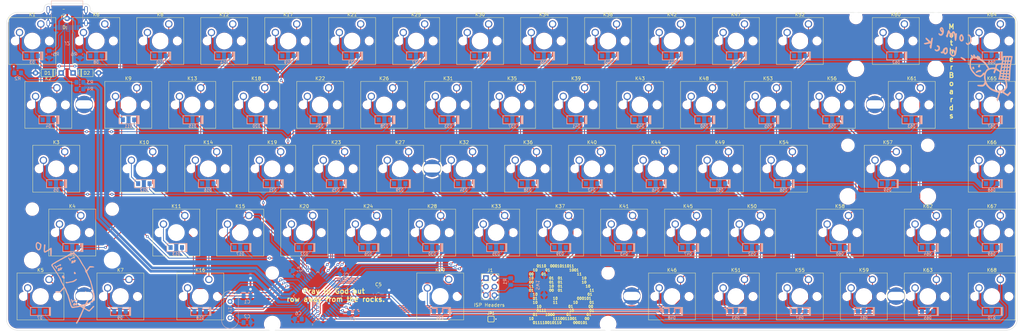
<source format=kicad_pcb>
(kicad_pcb (version 20211014) (generator pcbnew)
  (title_block (title "AndyBoard") (date "2023-08-29") (rev "1"))
  (layers (0 "F.Cu" signal) (31 "B.Cu" signal) (34 "B.Paste" user) (35 "F.Paste" user) (36 "B.SilkS" user "B.Silkscreen") (37 "F.SilkS" user "F.Silkscreen") (38 "B.Mask" user) (39 "F.Mask" user) (44 "Edge.Cuts" user))
  (net 0 "")
  (net 1 "/Switch Matrix/COL0")
  (net 2 "Net-(D3-Pad2)")
  (net 3 "Net-(D4-Pad2)")
  (net 4 "Net-(D5-Pad2)")
  (net 5 "Net-(D6-Pad2)")
  (net 6 "Net-(D7-Pad2)")
  (net 7 "/Switch Matrix/COL1")
  (net 8 "Net-(D8-Pad2)")
  (net 9 "Net-(D9-Pad2)")
  (net 10 "/Switch Matrix/COL2")
  (net 11 "Net-(D10-Pad2)")
  (net 12 "Net-(D11-Pad2)")
  (net 13 "Net-(D12-Pad2)")
  (net 14 "Net-(D13-Pad2)")
  (net 15 "/Switch Matrix/COL3")
  (net 16 "Net-(D14-Pad2)")
  (net 17 "Net-(D15-Pad2)")
  (net 18 "Net-(D16-Pad2)")
  (net 19 "Net-(D17-Pad2)")
  (net 20 "Net-(D18-Pad2)")
  (net 21 "/Switch Matrix/COL4")
  (net 22 "Net-(D19-Pad2)")
  (net 23 "Net-(D20-Pad2)")
  (net 24 "Net-(D21-Pad2)")
  (net 25 "Net-(D22-Pad2)")
  (net 26 "/Switch Matrix/COL5")
  (net 27 "Net-(D23-Pad2)")
  (net 28 "Net-(D24-Pad2)")
  (net 29 "Net-(D25-Pad2)")
  (net 30 "Net-(D26-Pad2)")
  (net 31 "/Switch Matrix/COL6")
  (net 32 "Net-(D27-Pad2)")
  (net 33 "Net-(D28-Pad2)")
  (net 34 "Net-(D29-Pad2)")
  (net 35 "Net-(D30-Pad2)")
  (net 36 "Net-(D31-Pad2)")
  (net 37 "/Switch Matrix/COL7")
  (net 38 "Net-(D32-Pad2)")
  (net 39 "Net-(D33-Pad2)")
  (net 40 "Net-(D34-Pad2)")
  (net 41 "Net-(D35-Pad2)")
  (net 42 "/Switch Matrix/COL8")
  (net 43 "Net-(D36-Pad2)")
  (net 44 "Net-(D37-Pad2)")
  (net 45 "Net-(D38-Pad2)")
  (net 46 "Net-(D39-Pad2)")
  (net 47 "/Switch Matrix/COL9")
  (net 48 "Net-(D40-Pad2)")
  (net 49 "Net-(D41-Pad2)")
  (net 50 "Net-(D42-Pad2)")
  (net 51 "Net-(D43-Pad2)")
  (net 52 "/Switch Matrix/COL10")
  (net 53 "Net-(D44-Pad2)")
  (net 54 "Net-(D45-Pad2)")
  (net 55 "Net-(D46-Pad2)")
  (net 56 "Net-(D47-Pad2)")
  (net 57 "Net-(D48-Pad2)")
  (net 58 "/Switch Matrix/COL11")
  (net 59 "Net-(D49-Pad2)")
  (net 60 "Net-(D50-Pad2)")
  (net 61 "Net-(D51-Pad2)")
  (net 62 "Net-(D52-Pad2)")
  (net 63 "Net-(D53-Pad2)")
  (net 64 "/Switch Matrix/COL12")
  (net 65 "Net-(D54-Pad2)")
  (net 66 "Net-(D55-Pad2)")
  (net 67 "Net-(D56-Pad2)")
  (net 68 "Net-(D57-Pad2)")
  (net 69 "/Switch Matrix/COL13")
  (net 70 "Net-(D58-Pad2)")
  (net 71 "Net-(D59-Pad2)")
  (net 72 "Net-(D60-Pad2)")
  (net 73 "Net-(D61-Pad2)")
  (net 74 "/Switch Matrix/COL14")
  (net 75 "Net-(D62-Pad2)")
  (net 76 "Net-(D63-Pad2)")
  (net 77 "Net-(D64-Pad2)")
  (net 78 "Net-(D65-Pad2)")
  (net 79 "/Switch Matrix/COL15")
  (net 80 "Net-(D66-Pad2)")
  (net 81 "Net-(D67-Pad2)")
  (net 82 "Net-(D68-Pad2)")
  (net 83 "Net-(D69-Pad2)")
  (net 84 "Net-(D70-Pad2)")
  (net 85 "/MOSI")
  (net 86 "/MISO")
  (net 87 "/SCK")
  (net 88 "/RST")
  (net 89 "+5V")
  (net 90 "GND")
  (net 91 "Net-(C2-Pad1)")
  (net 92 "Net-(C1-Pad1)")
  (net 93 "Net-(F1-Pad1)")
  (net 95 "/D+")
  (net 96 "/D-")
  (net 99 "Net-(D1-Pad1)")
  (net 101 "Net-(D2-Pad1)")
  (net 102 "/Switch Matrix/ROW0")
  (net 103 "/Switch Matrix/ROW1")
  (net 104 "/Switch Matrix/ROW2")
  (net 105 "/Switch Matrix/ROW3")
  (net 106 "/Switch Matrix/ROW4")
  (net 107 "Net-(J2-PadA5)")
  (net 110 "Net-(J2-PadB5)")
  (net 112 "Net-(JP1-Pad1)")
  (footprint "Button_Switch_Keyboard:SW_Cherry_MX_1.00u_PCB" (layer "F.Cu") (at 174.4218 127.635)
    (fp_text reference "K22")
    (fp_text value "KEYSW")
  )
  (footprint "Button_Switch_Keyboard:SW_Cherry_MX_1.00u_PCB" (layer "F.Cu") (at 126.7968 108.585)
    (fp_text reference "K8")
    (fp_text value "KEYSW")
  )
  (footprint "Button_Switch_Keyboard:SW_Cherry_MX_1.00u_PCB" (layer "F.Cu") (at 245.872 165.735)
    (fp_text reference "K37")
    (fp_text value "KEYSW")
  )
  (footprint "Button_Switch_Keyboard:SW_Cherry_MX_1.00u_PCB" (layer "F.Cu") (at 169.672 165.735)
    (fp_text reference "K20")
    (fp_text value "KEYSW")
  )
  (footprint "Button_Switch_Keyboard:SW_Cherry_MX_1.00u_PCB" (layer "F.Cu") (at 307.7718 127.635)
    (fp_text reference "K53")
    (fp_text value "KEYSW")
  )
  (footprint "keyboard_parts:SOLDER_JUMPER_2" (layer "F.Cu") (at 222.758 196.596)
    (fp_text reference "JP1")
    (fp_text value "Bootloader Jumper" hide)
  )
  (footprint "Button_Switch_Keyboard:SW_Cherry_MX_1.00u_PCB" (layer "F.Cu") (at 283.972 165.735)
    (fp_text reference "K45")
    (fp_text value "KEYSW")
  )
  (footprint "Button_Switch_Keyboard:SW_Cherry_MX_1.00u_PCB" (layer "F.Cu") (at 198.2216 146.685)
    (fp_text reference "K27")
    (fp_text value "KEYSW")
  )
  (footprint "Button_Switch_Keyboard:SW_Cherry_MX_1.00u_PCB" (layer "F.Cu") (at 250.6218 127.635)
    (fp_text reference "K39")
    (fp_text value "KEYSW")
  )
  (footprint "Button_Switch_Keyboard:SW_Cherry_MX_1.00u_PCB" (layer "F.Cu") (at 202.9968 108.585)
    (fp_text reference "K25")
    (fp_text value "KEYSW")
  )
  (footprint "Button_Switch_Keyboard:SW_Cherry_MX_1.00u_PCB" (layer "F.Cu") (at 279.1968 108.585)
    (fp_text reference "K42")
    (fp_text value "KEYSW")
  )
  (footprint "keyboard_parts:M2 Mounting Hole" (layer "F.Cu") (at 343.408 189.738)
    (fp_text reference "REF**" hide)
    (fp_text value "M2 Mounting Hole" hide)
  )
  (footprint "Button_Switch_Keyboard:SW_Cherry_MX_1.00u_PCB" (layer "F.Cu") (at 269.6718 127.635)
    (fp_text reference "K43")
    (fp_text value "KEYSW")
  )
  (footprint "Button_Switch_Keyboard:SW_Cherry_MX_1.00u_PCB" (layer "F.Cu") (at 260.1468 108.585)
    (fp_text reference "K38")
    (fp_text value "KEYSW")
  )
  (footprint "Button_Switch_Keyboard:SW_Cherry_MX_1.00u_PCB" (layer "F.Cu") (at 131.572 165.735)
    (fp_text reference "K11")
    (fp_text value "KEYSW")
  )
  (footprint "Button_Switch_Keyboard:SW_Cherry_MX_2.00u_PCB" (layer "F.Cu") (at 345.8718 108.585)
    (fp_text reference "K60")
    (fp_text value "KEYSW")
  )
  (footprint "Button_Switch_Keyboard:SW_Cherry_MX_1.00u_PCB" (layer "F.Cu") (at 241.0968 108.585)
    (fp_text reference "K34")
    (fp_text value "KEYSW")
  )
  (footprint "Button_Switch_Keyboard:SW_Cherry_MX_1.00u_PCB" (layer "F.Cu") (at 336.3468 184.785)
    (fp_text reference "K59")
    (fp_text value "KEYSW")
  )
  (footprint "Button_Switch_Keyboard:SW_Cherry_MX_1.25u_PCB" (layer "F.Cu") (at 114.9343 184.785)
    (fp_text reference "K7")
    (fp_text value "KEYSW")
  )
  (footprint "Fuse:Fuse_0805_2012Metric_Pad1.15x1.40mm_HandSolder" (layer "F.Cu") (at 95.504 104.902 180)
    (fp_text reference "F1")
    (fp_text value "500mA")
  )
  (footprint "Button_Switch_Keyboard:SW_Cherry_MX_1.00u_PCB" (layer "F.Cu") (at 298.2468 108.585)
    (fp_text reference "K47")
    (fp_text value "KEYSW")
  )
  (footprint "Button_Switch_Keyboard:SW_Cherry_MX_1.00u_PCB" (layer "F.Cu") (at 312.5216 146.685)
    (fp_text reference "K54")
    (fp_text value "KEYSW")
  )
  (footprint "Button_Switch_Keyboard:SW_Cherry_MX_2.25u_PCB" (layer "F.Cu") (at 100.5993 165.7246)
    (fp_text reference "K4")
    (fp_text value "KEYSW")
  )
  (footprint "Button_Switch_Keyboard:SW_Cherry_MX_2.25u_PCB" (layer "F.Cu") (at 343.4716 146.685)
    (fp_text reference "K57")
    (fp_text value "KEYSW")
  )
  (footprint "Button_Switch_Keyboard:SW_Cherry_MX_1.00u_PCB" (layer "F.Cu") (at 279.1968 184.785)
    (fp_text reference "K46")
    (fp_text value "KEYSW")
  )
  (footprint "Button_Switch_Keyboard:SW_Cherry_MX_1.00u_PCB" (layer "F.Cu") (at 374.4468 127.635)
    (fp_text reference "K65")
    (fp_text value "KEYSW")
  )
  (footprint "Button_Switch_Keyboard:SW_Cherry_MX_1.00u_PCB" (layer "F.Cu") (at 222.0468 108.585)
    (fp_text reference "K30")
    (fp_text value "KEYSW")
  )
  (footprint "Button_Switch_Keyboard:SW_Cherry_MX_1.00u_PCB" (layer "F.Cu") (at 274.4216 146.685)
    (fp_text reference "K44")
    (fp_text value "KEYSW")
  )
  (footprint "Button_Switch_Keyboard:SW_Cherry_MX_1.00u_PCB" (layer "F.Cu") (at 160.1216 146.685)
    (fp_text reference "K19")
    (fp_text value "KEYSW")
  )
  (footprint "Button_Switch_Keyboard:SW_Cherry_MX_1.50u_PCB" (layer "F.Cu") (at 350.6216 127.635)
    (fp_text reference "K61")
    (fp_text value "KEYSW")
  )
  (footprint "Button_Switch_Keyboard:SW_Cherry_MX_1.00u_PCB" (layer "F.Cu") (at 374.4468 108.585)
    (fp_text reference "K64")
    (fp_text value "KEYSW")
  )
  (footprint "keyboard_parts:M2 Mounting Hole" (layer "F.Cu") (at 337.058 132.588)
    (fp_text reference "REF**" hide)
    (fp_text value "M2 Mounting Hole" hide)
  )
  (footprint "Button_Switch_Keyboard:SW_Cherry_MX_1.00u_PCB" (layer "F.Cu") (at 374.4468 165.735)
    (fp_text reference "K67")
    (fp_text value "KEYSW")
  )
  (footprint "Button_Switch_Keyboard:SW_Cherry_MX_1.00u_PCB" (layer "F.Cu") (at 303.022 165.735)
    (fp_text reference "K50")
    (fp_text value "KEYSW")
  )
  (footprint "Button_Switch_Keyboard:SW_Cherry_MX_1.25u_PCB" (layer "F.Cu") (at 138.73805 184.785)
    (fp_text reference "K16")
    (fp_text value "KEYSW")
  )
  (footprint "keyboard_parts:M2 Mounting Hole" (layer "F.Cu") (at 264.668 189.738)
    (fp_text reference "REF**" hide)
    (fp_text value "M2 Mounting Hole" hide)
  )
  (footprint "Diode_THT:D_DO-35_SOD27_P7.62mm_Horizontal" (layer "F.Cu") (at 94.742 123.19 180)
    (fp_text reference "D1")
    (fp_text value "3.6V")
  )
  (footprint "Button_Switch_Keyboard:SW_Cherry_MX_1.75u_PCB" (layer "F.Cu") (at 95.81805 146.685)
    (fp_text reference "K3")
    (fp_text value "KEYSW")
  )
  (footprint "Button_Switch_Keyboard:SW_Cherry_MX_1.00u_PCB" (layer "F.Cu") (at 264.922 165.735)
    (fp_text reference "K41")
    (fp_text value "KEYSW")
  )
  (footprint "Button_Switch_Keyboard:SW_Cherry_MX_1.00u_PCB" (layer "F.Cu") (at 317.2968 184.785)
    (fp_text reference "K55")
    (fp_text value "KEYSW")
  )
  (footprint "Button_Switch_Keyboard:SW_Cherry_MX_1.00u_PCB" (layer "F.Cu") (at 136.3218 127.635)
    (fp_text reference "K13")
    (fp_text value "KEYSW")
  )
  (footprint "Button_Switch_Keyboard:SW_Cherry_MX_1.00u_PCB" (layer "F.Cu") (at 150.622 165.735)
    (fp_text reference "K15")
    (fp_text value "KEYSW")
  )
  (footprint "Button_Switch_Keyboard:SW_Cherry_MX_1.00u_PCB" (layer "F.Cu") (at 255.3716 146.685)
    (fp_text reference "K40")
    (fp_text value "KEYSW")
  )
  (footprint "Button_Switch_Keyboard:SW_Cherry_MX_1.00u_PCB" (layer "F.Cu") (at 155.3718 127.635)
    (fp_text reference "K18")
    (fp_text value "KEYSW")
  )
  (footprint "Button_Switch_Keyboard:SW_Cherry_MX_1.50u_PCB" (layer "F.Cu") (at 93.472 127.635)
    (fp_text reference "K2")
    (fp_text value "KEYSW")
  )
  (footprint "Button_Switch_Keyboard:SW_Cherry_MX_1.00u_PCB" (layer "F.Cu") (at 231.5718 127.635)
    (fp_text reference "K35")
    (fp_text value "KEYSW")
  )
  (footprint "Button_Switch_Keyboard:SW_Cherry_MX_1.00u_PCB" (layer "F.Cu") (at 164.8968 108.585)
    (fp_text reference "K17")
    (fp_text value "KEYSW")
  )
  (footprint "Button_Switch_Keyboard:SW_Cherry_MX_1.00u_PCB" (layer "F.Cu") (at 317.2968 108.585)
    (fp_text reference "K52")
    (fp_text value "KEYSW")
  )
  (footprint "Button_Switch_Keyboard:SW_Cherry_MX_1.00u_PCB" (layer "F.Cu") (at 88.6968 108.585)
    (fp_text reference "K1")
    (fp_text value "KEYSW")
  )
  (footprint "Button_Switch_Keyboard:SW_Cherry_MX_1.00u_PCB" (layer "F.Cu") (at 179.1716 146.685)
    (fp_text reference "K23")
    (fp_text value "KEYSW")
  )
  (footprint "Button_Switch_Keyboard:SW_Cherry_MX_1.00u_PCB" (layer "F.Cu") (at 145.8468 108.585)
    (fp_text reference "K12")
    (fp_text value "KEYSW")
  )
  (footprint "Connector_PinHeader_2.54mm:PinHeader_2x03_P2.54mm_Vertical" (layer "F.Cu") (at 221.234 184.404)
    (fp_text reference "J1")
    (fp_text value "ISP Headers")
  )
  (footprint "Button_Switch_Keyboard:SW_Cherry_MX_6.25u_PCB" (layer "F.Cu") (at 210.1618 184.7746)
    (fp_text reference "K29")
    (fp_text value "KEYSW")
  )
  (footprint "keyboard_parts:M2 Mounting Hole" (layer "F.Cu") (at 101.6 189.738)
    (fp_text reference "REF**" hide)
    (fp_text value "M2 Mounting Hole" hide)
  )
  (footprint "Button_Switch_Keyboard:SW_Cherry_MX_1.00u_PCB" (layer "F.Cu") (at 374.4468 146.685)
    (fp_text reference "K66")
    (fp_text value "KEYSW")
  )
  (footprint "Button_Switch_Keyboard:SW_Cherry_MX_1.00u_PCB" (layer "F.Cu") (at 326.8218 127.635)
    (fp_text reference "K56")
    (fp_text value "KEYSW")
  )
  (footprint "Capacitor_SMD:C_0805_2012Metric_Pad1.18x1.45mm_HandSolder" (layer "F.Cu") (at 189.23 187.96)
    (fp_text reference "C5")
    (fp_text value "4.7u")
  )
  (footprint "Button_Switch_Keyboard:SW_Cherry_MX_1.00u_PCB" (layer "F.Cu") (at 188.722 165.735)
    (fp_text reference "K24")
    (fp_text value "KEYSW")
  )
  (footprint "Button_Switch_Keyboard:SW_Cherry_MX_1.00u_PCB" (layer "F.Cu") (at 288.7218 127.635)
    (fp_text reference "K48")
    (fp_text value "KEYSW")
  )
  (footprint "Button_Switch_Keyboard:SW_Cherry_MX_1.00u_PCB" (layer "F.Cu") (at 293.4716 146.685)
    (fp_text reference "K49")
    (fp_text value "KEYSW")
  )
  (footprint "keyboard_parts:M2 Mounting Hole" (layer "F.Cu") (at 205.232 151.638)
    (fp_text reference "REF**" hide)
    (fp_text value "M2 Mounting Hole" hide)
  )
  (footprint "keyboard_parts:M2 Mounting Hole" (layer "F.Cu") (at 101.6 132.588)
    (fp_text reference "REF**" hide)
    (fp_text value "M2 Mounting Hole" hide)
  )
  (footprint "Button_Switch_Keyboard:SW_Cherry_MX_1.00u_PCB" (layer "F.Cu") (at 122.0216 146.685)
    (fp_text reference "K10")
    (fp_text value "KEYSW")
  )
  (footprint "Button_Switch_Keyboard:SW_Cherry_MX_1.75u_PCB" (layer "F.Cu") (at 329.2094 165.735)
    (fp_text reference "K58")
    (fp_text value "KEYSW")
  )
  (footprint "Button_Switch_Keyboard:SW_Cherry_MX_1.00u_PCB" (layer "F.Cu") (at 226.822 165.735)
    (fp_text reference "K33")
    (fp_text value "KEYSW")
  )
  (footprint "Button_Switch_Keyboard:SW_Cherry_MX_1.00u_PCB" (layer "F.Cu") (at 183.9468 108.585)
    (fp_text reference "K21")
    (fp_text value "KEYSW")
  )
  (footprint "Button_Switch_Keyboard:SW_Cherry_MX_1.00u_PCB" (layer "F.Cu") (at 355.3968 165.735)
    (fp_text reference "K62")
    (fp_text value "KEYSW")
  )
  (footprint "Diode_THT:D_DO-35_SOD27_P7.62mm_Horizontal" (layer "F.Cu") (at 98.298 123.19)
    (fp_text reference "D2")
    (fp_text value "3.6V")
  )
  (footprint "Button_Switch_Keyboard:SW_Cherry_MX_1.00u_PCB" (layer "F.Cu") (at 355.3968 184.785)
    (fp_text reference "K63")
    (fp_text value "KEYSW")
  )
  (footprint "Button_Switch_Keyboard:SW_Cherry_MX_1.00u_PCB" (layer "F.Cu") (at 236.3216 146.685)
    (fp_text reference "K36")
    (fp_text value "KEYSW")
  )
  (footprint "Button_Switch_Keyboard:SW_Cherry_MX_1.00u_PCB" (layer "F.Cu") (at 207.772 165.735)
    (fp_text reference "K28")
    (fp_text value "KEYSW")
  )
  (footprint "Button_Switch_Keyboard:SW_Cherry_MX_1.00u_PCB" (layer "F.Cu") (at 217.2716 146.685)
    (fp_text reference "K32")
    (fp_text value "KEYSW")
  )
  (footprint "Button_Switch_Keyboard:SW_Cherry_MX_1.25u_PCB" (layer "F.Cu") (at 91.13055 184.785)
    (fp_text reference "K5")
    (fp_text value "KEYSW")
  )
  (footprint "Button_Switch_Keyboard:SW_Cherry_MX_1.00u_PCB" (layer "F.Cu") (at 212.5218 127.635)
    (fp_text reference "K31")
    (fp_text value "KEYSW")
  )
  (footprint "Button_Switch_Keyboard:SW_Cherry_MX_1.00u_PCB" (layer "F.Cu") (at 107.7468 108.585)
    (fp_text reference "K6")
    (fp_text value "KEYSW")
  )
  (footprint "Button_Switch_Keyboard:SW_Cherry_MX_1.00u_PCB" (layer "F.Cu") (at 141.0716 146.685)
    (fp_text reference "K14")
    (fp_text value "KEYSW")
  )
  (footprint "Button_Switch_Keyboard:SW_Cherry_MX_1.00u_PCB" (layer "F.Cu") (at 193.4718 127.635)
    (fp_text reference "K26")
    (fp_text value "KEYSW")
  )
  (footprint "Button_Switch_Keyboard:SW_Cherry_MX_1.00u_PCB" (layer "F.Cu") (at 374.4468 184.785)
    (fp_text reference "K68")
    (fp_text value "KEYSW")
  )
  (footprint "Button_Switch_Keyboard:SW_Cherry_MX_1.00u_PCB" (layer "F.Cu") (at 117.2718 127.635)
    (fp_text reference "K9")
    (fp_text value "KEYSW")
  )
  (footprint "Button_Switch_Keyboard:SW_Cherry_MX_1.00u_PCB" (layer "F.Cu") (at 298.2468 184.785)
    (fp_text reference "K51")
    (fp_text value "KEYSW")
  )
  (footprint "keyboard_parts:D_SOD123W_hand" (layer "B.Cu") (at 295.656 194.31 180)
    (fp_text reference "D53")
    (fp_text value "D" hide)
  )
  (footprint "keyboard_parts:D_SOD123W_hand" (layer "B.Cu") (at 252.73 156.21 180)
    (fp_text reference "D42")
    (fp_text value "D" hide)
  )
  (footprint "keyboard_parts:D_SOD123W_hand" (layer "B.Cu") (at 371.856 137.16 180)
    (fp_text reference "D67")
    (fp_text value "D" hide)
  )
  (footprint "keyboard_parts:D_SOD123W_hand" (layer "B.Cu") (at 124.206 118.11 180)
    (fp_text reference "D10")
    (fp_text value "D" hide)
  )
  (footprint "Resistor_SMD:R_0805_2012Metric_Pad1.20x1.40mm_HandSolder" (layer "B.Cu") (at 100.33 128.016 180)
    (fp_text reference "R4")
    (fp_text value "68")
  )
  (footprint "keyboard_parts:D_SOD123W_hand" (layer "B.Cu") (at 86.106 118.11 180)
    (fp_text reference "D3")
    (fp_text value "D" hide)
  )
  (footprint "keyboard_parts:D_SOD123W_hand" (layer "B.Cu") (at 176.53 156.21 180)
    (fp_text reference "D25")
    (fp_text value "D" hide)
  )
  (footprint "keyboard_parts:D_SOD123W_hand" (layer "B.Cu") (at 305.308 137.16 180)
    (fp_text reference "D55")
    (fp_text value "D" hide)
  )
  (footprint "keyboard_parts:D_SOD123W_hand" (layer "B.Cu") (at 324.358 137.16 180)
    (fp_text reference "D58")
    (fp_text value "D" hide)
  )
  (footprint "keyboard_parts:D_SOD123W_hand" (layer "B.Cu") (at 88.392 194.31 180)
    (fp_text reference "D7")
    (fp_text value "D" hide)
  )
  (footprint "Resistor_SMD:R_0805_2012Metric_Pad1.20x1.40mm_HandSolder" (layer "B.Cu") (at 81.788 123.19)
    (fp_text reference "R2")
    (fp_text value "1.5k")
  )
  (footprint "Capacitor_SMD:C_0805_2012Metric_Pad1.18x1.45mm_HandSolder" (layer "B.Cu") (at 150.114 189.738)
    (fp_text reference "C1")
    (fp_text value "22p")
  )
  (footprint "keyboard_parts:D_SOD123W_hand" (layer "B.Cu") (at 276.606 194.31 180)
    (fp_text reference "D48")
    (fp_text value "D" hide)
  )
  (footprint "Capacitor_SMD:C_0805_2012Metric_Pad1.18x1.45mm_HandSolder" (layer "B.Cu") (at 178.4604 182.4736 45)
    (fp_text reference "C3")
    (fp_text value "0.1u")
  )
  (footprint "keyboard_parts:D_SOD123W_hand" (layer "B.Cu") (at 162.306 118.11 180)
    (fp_text reference "D19")
    (fp_text value "D" hide)
  )
  (footprint "keyboard_parts:D_SOD123W_hand" (layer "B.Cu") (at 105.156 118.11 180)
    (fp_text reference "D8")
    (fp_text value "D" hide)
  )
  (footprint "keyboard_parts:D_SOD123W_hand" (layer "B.Cu") (at 371.856 194.31 180)
    (fp_text reference "D70")
    (fp_text value "D" hide)
  )
  (footprint "keyboard_parts:D_SOD123W_hand" (layer "B.Cu") (at 90.932 137.16 180)
    (fp_text reference "D4")
    (fp_text value "D" hide)
  )
  (footprint "keyboard_parts:D_SOD123W_hand" (layer "B.Cu") (at 309.88 156.21 180)
    (fp_text reference "D56")
    (fp_text value "D" hide)
  )
  (footprint "keyboard_parts:D_SOD123W_hand" (layer "B.Cu") (at 340.868 156.21 180)
    (fp_text reference "D59")
    (fp_text value "D" hide)
  )
  (footprint "keyboard_parts:guy" (layer "B.Cu") (at 361.645136 117.971458 180)
    (fp_text reference "" hide)
    (fp_text value "LOGO" hide)
  )
  (footprint "Resistor_SMD:R_0805_2012Metric_Pad1.20x1.40mm_HandSolder" (layer "B.Cu") (at 91.186 117.602 -90)
    (fp_text reference "R5")
    (fp_text value "5.1k")
  )
  (footprint "keyboard_parts:D_SOD123W_hand" (layer "B.Cu") (at 248.158 137.16 180)
    (fp_text reference "D41")
    (fp_text value "D" hide)
  )
  (footprint "Capacitor_SMD:C_0805_2012Metric_Pad1.18x1.45mm_HandSolder" (layer "B.Cu") (at 150.114 197.612)
    (fp_text reference "C2")
    (fp_text value "22p")
  )
  (footprint "keyboard_parts:D_SOD123W_hand" (layer "B.Cu") (at 229.108 137.16 180)
    (fp_text reference "D37")
    (fp_text value "D" hide)
  )
  (footprint "keyboard_parts:D_SOD123W_hand" (layer "B.Cu") (at 200.406 118.11 180)
    (fp_text reference "D27")
    (fp_text value "D" hide)
  )
  (footprint "keyboard_parts:D_SOD123W_hand" (layer "B.Cu") (at 210.058 137.16 180)
    (fp_text reference "D33")
    (fp_text value "D" hide)
  )
  (footprint "keyboard_parts:D_SOD123W_hand" (layer "B.Cu") (at 352.806 194.31 180)
    (fp_text reference "D65")
    (fp_text value "D" hide)
  )
  (footprint "Capacitor_SMD:C_0805_2012Metric_Pad1.18x1.45mm_HandSolder" (layer "B.Cu") (at 165.354 196.596 180)
    (fp_text reference "C6")
    (fp_text value "0.1u")
  )
  (footprint "keyboard_parts:D_SOD123W_hand" (layer "B.Cu") (at 214.63 156.21 180)
    (fp_text reference "D34")
    (fp_text value "D" hide)
  )
  (footprint "keyboard_parts:D_SOD123W_hand" (layer "B.Cu") (at 171.704 137.16 180)
    (fp_text reference "D24")
    (fp_text value "D" hide)
  )
  (footprint "keyboard_parts:D_SOD123W_hand" (layer "B.Cu") (at 352.806 175.26 180)
    (fp_text reference "D64")
    (fp_text value "D" hide)
  )
  (footprint "keyboard_parts:D_SOD123W_hand" (layer "B.Cu") (at 136.144 194.31 180)
    (fp_text reference "D18")
    (fp_text value "D" hide)
  )
  (footprint "keyboard_parts:D_SOD123W_hand" (layer "B.Cu") (at 333.756 194.31 180)
    (fp_text reference "D61")
    (fp_text value "D" hide)
  )
  (footprint "keyboard_parts:D_SOD123W_hand" (layer "B.Cu") (at 347.98 137.16 180)
    (fp_text reference "D63")
    (fp_text value "D" hide)
  )
  (footprint "keyboard_parts:D_SOD123W_hand" (layer "B.Cu") (at 371.856 156.21 180)
    (fp_text reference "D68")
    (fp_text value "D" hide)
  )
  (footprint "keyboard_parts:D_SOD123W_hand" (layer "B.Cu") (at 233.68 156.21 180)
    (fp_text reference "D38")
    (fp_text value "D" hide)
  )
  (footprint "keyboard_parts:D_SOD123W_hand" (layer "B.Cu") (at 276.606 118.11 180)
    (fp_text reference "D44")
    (fp_text value "D" hide)
  )
  (footprint "keyboard_parts:D_SOD123W_hand" (layer "B.Cu") (at 119.38 156.21 180)
    (fp_text reference "D12")
    (fp_text value "D" hide)
  )
  (footprint "keyboard_parts:D_SOD123W_hand" (layer "B.Cu") (at 314.706 118.11 180)
    (fp_text reference "D54")
    (fp_text value "D" hide)
  )
  (footprint "keyboard_parts:D_SOD123W_hand" (layer "B.Cu") (at 98.044 175.26 180)
    (fp_text reference "D6")
    (fp_text value "D" hide)
  )
  (footprint "Resistor_SMD:R_0805_2012Metric_Pad1.20x1.40mm_HandSolder" (layer "B.Cu") (at 100.33 117.602 90)
    (fp_text reference "R6")
    (fp_text value "5.1k")
  )
  (footprint "keyboard_parts:D_SOD123W_hand" (layer "B.Cu") (at 195.58 156.21 180)
    (fp_text reference "D29")
    (fp_text value "D" hide)
  )
  (footprint "keyboard_parts:D_SOD123W_hand" (layer "B.Cu") (at 238.506 118.11 180)
    (fp_text reference "D36")
    (fp_text value "D" hide)
  )
  (footprint "keyboard_parts:D_SOD123W_hand" (layer "B.Cu") (at 243.332 175.26 180)
    (fp_text reference "D39")
    (fp_text value "D" hide)
  )
  (footprint "keyboard_parts:D_SOD123W_hand" (layer "B.Cu") (at 143.256 118.11 180)
    (fp_text reference "D14")
    (fp_text value "D" hide)
  )
  (footprint "keyboard_parts:D_SOD123W_hand" (layer "B.Cu") (at 286.258 137.16 180)
    (fp_text reference "D50")
    (fp_text value "D" hide)
  )
  (footprint "keyboard_parts:D_SOD123W_hand" (layer "B.Cu") (at 93.218 156.21 180)
    (fp_text reference "D5")
    (fp_text value "D" hide)
  )
  (footprint "keyboard_parts:D_SOD123W_hand" (layer "B.Cu") (at 257.556 118.11 180)
    (fp_text reference "D40")
    (fp_text value "D" hide)
  )
  (footprint "keyboard_parts:D_SOD123W_hand" (layer "B.Cu") (at 112.268 194.31 180)
    (fp_text reference "D9")
    (fp_text value "D" hide)
  )
  (footprint "keyboard_parts:USB_C_2169900002" (layer "B.Cu") (at 96.52 104.182)
    (fp_text reference "J2")
    (fp_text value "USB C Port")
  )
  (footprint "keyboard_parts:D_SOD123W_hand" (layer "B.Cu") (at 224.282 175.26 180)
    (fp_text reference "D35")
    (fp_text value "D" hide)
  )
  (footprint "keyboard_parts:Clock_THT" (layer "B.Cu") (at 145.034 193.802 90)
    (fp_text reference "Y1")
    (fp_text value "16MHz")
  )
  (footprint "keyboard_parts:D_SOD123W_hand" (layer "B.Cu") (at 314.706 194.31 180)
    (fp_text reference "D57")
    (fp_text value "D" hide)
  )
  (footprint "keyboard_parts:D_SOD123W_hand" (layer "B.Cu") (at 138.43 156.21 180)
    (fp_text reference "D16")
    (fp_text value "D" hide)
  )
  (footprint "Package_QFP:TQFP-44_10x10mm_P0.8mm" (layer "B.Cu") (at 171.196 189.738 45)
    (fp_text reference "U1")
    (fp_text value "ATmega32A-A")
  )
  (footprint "keyboard_parts:D_SOD123W_hand" (layer "B.Cu") (at 157.734 156.21 180)
    (fp_text reference "D21")
    (fp_text value "D" hide)
  )
  (footprint "keyboard_parts:dollEr" (layer "B.Cu") (at 96.1644 186.1312 180)
    (fp_text reference "" hide)
    (fp_text value "LOGO" hide)
  )
  (footprint "keyboard_parts:D_SOD123W_hand" (layer "B.Cu") (at 290.83 156.21 180)
    (fp_text reference "D51")
    (fp_text value "D" hide)
  )
  (footprint "Resistor_SMD:R_0805_2012Metric_Pad1.20x1.40mm_HandSolder" (layer "B.Cu") (at 228.6 185.42 -90)
    (fp_text reference "R1")
    (fp_text value "10k")
  )
  (footprint "keyboard_parts:D_SOD123W_hand" (layer "B.Cu") (at 295.656 118.11 180)
    (fp_text reference "D49")
    (fp_text value "D" hide)
  )
  (footprint "keyboard_parts:D_SOD123W_hand" (layer "B.Cu") (at 371.856 175.26 180)
    (fp_text reference "D69")
    (fp_text value "D" hide)
  )
  (footprint "keyboard_parts:D_SOD123W_hand" (layer "B.Cu") (at 129.032 175.26 180)
    (fp_text reference "D13")
    (fp_text value "D" hide)
  )
  (footprint "keyboard_parts:Pushbutton_PTS526" (layer "B.Cu") (at 236.728 186.436 90)
    (fp_text reference "SW1")
    (fp_text value "Reset SW")
  )
  (footprint "keyboard_parts:D_SOD123W_hand" (layer "B.Cu") (at 205.232 175.26 180)
    (fp_text reference "D30")
    (fp_text value "D" hide)
  )
  (footprint "keyboard_parts:D_SOD123W_hand" (layer "B.Cu") (at 114.808 137.16 180)
    (fp_text reference "D11")
    (fp_text value "D" hide)
  )
  (footprint "keyboard_parts:D_SOD123W_hand" (layer "B.Cu") (at 262.382 175.26 180)
    (fp_text reference "D43")
    (fp_text value "D" hide)
  )
  (footprint "keyboard_parts:D_SOD123W_hand" (layer "B.Cu") (at 281.432 175.26 180)
    (fp_text reference "D47")
    (fp_text value "D" hide)
  )
  (footprint "keyboard_parts:D_SOD123W_hand" (layer "B.Cu") (at 343.408 118.11 180)
    (fp_text reference "D62")
    (fp_text value "D" hide)
  )
  (footprint "keyboard_parts:D_SOD123W_hand" (layer "B.Cu") (at 326.644 175.26 180)
    (fp_text reference "D60")
    (fp_text value "D" hide)
  )
  (footprint "keyboard_parts:D_SOD123W_hand" (layer "B.Cu") (at 271.78 156.21 180)
    (fp_text reference "D46")
    (fp_text value "D" hide)
  )
  (footprint "Capacitor_SMD:C_0805_2012Metric_Pad1.18x1.45mm_HandSolder" (layer "B.Cu") (at 164.592 182.88 135)
    (fp_text reference "C4")
    (fp_text value "0.1u")
  )
  (footprint "keyboard_parts:D_SOD123W_hand" (layer "B.Cu") (at 167.132 175.26 180)
    (fp_text reference "D22")
    (fp_text value "D" hide)
  )
  (footprint "Capacitor_SMD:C_0805_2012Metric_Pad1.18x1.45mm_HandSolder" (layer "B.Cu") (at 181.5084 194.818)
    (fp_text reference "C7")
    (fp_text value "0.1u")
  )
  (footprint "keyboard_parts:D_SOD123W_hand" (layer "B.Cu") (at 186.182 175.26 180)
    (fp_text reference "D26")
    (fp_text value "D" hide)
  )
  (footprint "keyboard_parts:D_SOD123W_hand" (layer "B.Cu") (at 191.008 137.16 180)
    (fp_text reference "D28")
    (fp_text value "D" hide)
  )
  (footprint "keyboard_parts:D_SOD123W_hand" (layer "B.Cu") (at 181.356 118.11 180)
    (fp_text reference "D23")
    (fp_text value "D" hide)
  )
  (footprint "keyboard_parts:D_SOD123W_hand" (layer "B.Cu") (at 207.518 194.31 180)
    (fp_text reference "D31")
    (fp_text value "D" hide)
  )
  (footprint "keyboard_parts:D_SOD123W_hand" (layer "B.Cu") (at 152.908 137.16 180)
    (fp_text reference "D20")
    (fp_text value "D" hide)
  )
  (footprint "keyboard_parts:D_SOD123W_hand" (layer "B.Cu") (at 133.858 137.16 180)
    (fp_text reference "D15")
    (fp_text value "D" hide)
  )
  (footprint "keyboard_parts:D_SOD123W_hand" (layer "B.Cu") (at 371.856 118.11 180)
    (fp_text reference "D66")
    (fp_text value "D" hide)
  )
  (footprint "keyboard_parts:D_SOD123W_hand" (layer "B.Cu") (at 300.482 175.26 180)
    (fp_text reference "D52")
    (fp_text value "D" hide)
  )
  (footprint "keyboard_parts:D_SOD123W_hand" (layer "B.Cu") (at 267.208 137.16 180)
    (fp_text reference "D45")
    (fp_text value "D" hide)
  )
  (footprint "Resistor_SMD:R_0805_2012Metric_Pad1.20x1.40mm_HandSolder" (layer "B.Cu") (at 100.33 125.984)
    (fp_text reference "R3")
    (fp_text value "68")
  )
  (footprint "keyboard_parts:D_SOD123W_hand" (layer "B.Cu") (at 148.082 175.26 180)
    (fp_text reference "D17")
    (fp_text value "D" hide)
  )
  (footprint "keyboard_parts:D_SOD123W_hand" (layer "B.Cu") (at 219.456 118.11 180)
    (fp_text reference "D32")
    (fp_text value "D" hide)
  )
  (gr_line (start 81.788 105.156) (end 88.392 105.156) (layer "Edge.Cuts") (width 0.1))
  (gr_arc (start 89.662 103.886) (mid 89.290026 104.784026) (end 88.392 105.156) (layer "Edge.Cuts") (width 0.1))
  (gr_arc (start 102.108 102.616) (mid 103.006026 102.987974) (end 103.378 103.886) (layer "Edge.Cuts") (width 0.1))
  (gr_arc (start 81.788 199.898) (mid 79.453133 198.930867) (end 78.486 196.596) (layer "Edge.Cuts") (width 0.1))
  (gr_arc (start 376.174 105.156) (mid 378.508867 106.123133) (end 379.476 108.458) (layer "Edge.Cuts") (width 0.1))
  (gr_arc (start 78.486 108.458) (mid 79.453133 106.123133) (end 81.788 105.156) (layer "Edge.Cuts") (width 0.1))
  (gr_line (start 102.108 102.616) (end 90.932 102.616) (layer "Edge.Cuts") (width 0.1))
  (gr_arc (start 104.648 105.156) (mid 103.749974 104.784026) (end 103.378 103.886) (layer "Edge.Cuts") (width 0.1))
  (gr_arc (start 379.476 196.596) (mid 378.508867 198.930867) (end 376.174 199.898) (layer "Edge.Cuts") (width 0.1))
  (gr_line (start 78.486 196.596) (end 78.486 108.458) (layer "Edge.Cuts") (width 0.1))
  (gr_line (start 104.648 105.156) (end 376.174 105.156) (layer "Edge.Cuts") (width 0.1))
  (gr_arc (start 89.662 103.886) (mid 90.033974 102.987974) (end 90.932 102.616) (layer "Edge.Cuts") (width 0.1))
  (gr_line (start 379.476 108.458) (end 379.476 196.596) (layer "Edge.Cuts") (width 0.1))
  (gr_line (start 376.174 199.898) (end 81.788 199.898) (layer "Edge.Cuts") (width 0.1))
  (gr_text "1" (at 169.5958 198.247) (layer "B.SilkS") (effects (font (size 0.5 0.5) (thickness 0.1)) (justify mirror)))
  (gr_text "D:" (at 95.8596 109.601) (layer "F.SilkS") (effects (font (size 1 1))))
  (gr_text "          0110  0001011011\n        10    01          1001\n      00    01                11\n      10        01  01          10\n      00        01  01          10\n      11        10  01            10\n      01        00  01              11\n        10                          01\n        01        10          000101\n        10        11        10      01\n          10              01        00\n          0111            10        01\n        01    1000      01        01\n      10          1110011001    00\n        011110010110      000101" (at 230.505 189.23) (layer "F.SilkS") (effects (font (size 0.75 0.75) (thickness 0.1875)) (justify left)))
  (gr_text "Pray to God but \nrow away from the rocks.\n" (at 176.53 189.484) (layer "F.SilkS") (effects (font (size 1.5 1.5) (thickness 0.3))))
  (gr_text "M\no\nt\nh\ne\nr\nB\no\na\nr\nd\ns" (at 359.8672 122.682) (layer "F.SilkS") (effects (font (size 1.5 1.5) (thickness 0.3))))
  (segment (start 88.6968 126.0348) (end 90.297 127.635) (width 0.25) (layer "F.Cu") (net 1))
  (segment (start 93.472 144.33895) (end 95.81805 146.685) (width 0.25) (layer "F.Cu") (net 1))
  (segment (start 88.6968 108.585) (end 88.6968 126.0348) (width 0.25) (layer "F.Cu") (net 1))
  (segment (start 91.13055 184.71345) (end 91.13055 184.785) (width 0.25) (layer "F.Cu") (net 1))
  (segment (start 95.81805 160.94335) (end 100.5993 165.7246) (width 0.25) (layer "F.Cu") (net 1))
  (segment (start 93.472 127.635) (end 93.472 144.33895) (width 0.25) (layer "F.Cu") (net 1))
  (segment (start 154.94 193.675) (end 100.02055 193.675) (width 0.25) (layer "F.Cu") (net 1))
  (segment (start 161.925 186.69) (end 154.94 193.675) (width 0.25) (layer "F.Cu") (net 1))
  (segment (start 90.297 127.635) (end 93.472 127.635) (width 0.25) (layer "F.Cu") (net 1))
  (segment (start 100.5993 165.7246) (end 100.5993 175.2447) (width 0.25) (layer "F.Cu") (net 1))
  (segment (start 100.5993 175.2447) (end 91.13055 184.71345) (width 0.25) (layer "F.Cu") (net 1))
  (segment (start 100.02055 193.675) (end 91.13055 184.785) (width 0.25) (layer "F.Cu") (net 1))
  (segment (start 95.81805 146.685) (end 95.81805 160.94335) (width 0.25) (layer "F.Cu") (net 1))
  (via (at 161.925 186.69) (size 0.8) (drill 0.4) (layers "F.Cu" "B.Cu") (net 1))
  (segment (start 163.622517 186.69) (end 161.925 186.69) (width 0.25) (layer "B.Cu") (net 1))
  (segment (start 164.90275 187.970233) (end 163.622517 186.69) (width 0.25) (layer "B.Cu") (net 1))
  (segment (start 82.3468 111.125) (end 82.3468 116.0508) (width 0.25) (layer "B.Cu") (net 2))
  (segment (start 82.3468 116.0508) (end 84.406 118.11) (width 0.25) (layer "B.Cu") (net 2))
  (segment (start 87.122 135.05) (end 89.232 137.16) (width 0.25) (layer "B.Cu") (net 3))
  (segment (start 87.122 130.175) (end 87.122 135.05) (width 0.25) (layer "B.Cu") (net 3))
  (segment (start 89.46805 154.16005) (end 91.518 156.21) (width 0.25) (layer "B.Cu") (net 4))
  (segment (start 89.46805 149.225) (end 89.46805 154.16005) (width 0.25) (layer "B.Cu") (net 4))
  (segment (start 94.2493 168.2646) (end 94.2493 173.1653) (width 0.25) (layer "B.Cu") (net 5))
  (segment (start 94.2493 173.1653) (end 96.344 175.26) (width 0.25) (layer "B.Cu") (net 5))
  (segment (start 84.78055 192.39855) (end 86.692 194.31) (width 0.25) (layer "B.Cu") (net 6))
  (segment (start 84.78055 187.325) (end 84.78055 192.39855) (width 0.25) (layer "B.Cu") (net 6))
  (segment (start 157.15748 189.67952) (end 142.824305 189.67952) (width 0.25) (layer "F.Cu") (net 7))
  (segment (start 112.776 134.117281) (end 112.776 166.878) (width 0.25) (layer "F.Cu") (net 7))
  (segment (start 112.357279 133.69856) (end 112.776 134.117281) (width 0.25) (layer "F.Cu") (net 7))
  (segment (start 107.7468 108.585) (end 114.808 115.6462) (width 0.25) (layer "F.Cu") (net 7))
  (segment (start 135.166479 187.490479) (end 132.461 184.785) (width 0.25) (layer "F.Cu") (net 7))
  (segment (start 114.808 115.6462) (end 112.357279 118.096921) (width 0.25) (layer "F.Cu") (net 7))
  (segment (start 112.357279 118.096921) (end 112.357279 133.69856) (width 0.25) (layer "F.Cu") (net 7))
  (segment (start 142.824305 189.67952) (end 140.635264 187.490479) (width 0.25) (layer "F.Cu") (net 7))
  (segment (start 109.347 184.785) (end 114.9343 184.785) (width 0.25) (layer "F.Cu") (net 7))
  (segment (start 140.635264 187.490479) (end 135.166479 187.490479) (width 0.25) (layer "F.Cu") (net 7))
  (segment (start 161.036 185.801) (end 157.15748 189.67952) (width 0.25) (layer "F.Cu") (net 7))
  (segment (start 132.461 184.785) (end 114.9343 184.785) (width 0.25) (layer "F.Cu") (net 7))
  (segment (start 105.918 181.356) (end 109.347 184.785) (width 0.25) (layer "F.Cu") (net 7))
  (segment (start 112.776 166.878) (end 105.918 173.736) (width 0.25) (layer "F.Cu") (net 7))
  (segment (start 105.918 173.736) (end 105.918 181.356) (width 0.25) (layer "F.Cu") (net 7))
  (via (at 161.036 185.801) (size 0.8) (drill 0.4) (layers "F.Cu" "B.Cu") (net 7))
  (segment (start 165.468435 187.404548) (end 163.864887 185.801) (width 0.25) (layer "B.Cu") (net 7))
  (segment (start 163.864887 185.801) (end 161.036 185.801) (width 0.25) (layer "B.Cu") (net 7))
  (segment (start 101.3968 111.125) (end 101.3968 116.0508) (width 0.25) (layer "B.Cu") (net 8))
  (segment (start 101.3968 116.0508) (end 103.456 118.11) (width 0.25) (layer "B.Cu") (net 8))
  (segment (start 108.5843 187.325) (end 108.5843 192.3263) (width 0.25) (layer "B.Cu") (net 9))
  (segment (start 108.5843 192.3263) (end 110.568 194.31) (width 0.25) (layer "B.Cu") (net 9))
  (segment (start 140.97 186.69) (end 135.382 186.69) (width 0.25) (layer "F.Cu") (net 10))
  (segment (start 117.2718 141.9352) (end 122.0216 146.685) (width 0.25) (layer "F.Cu") (net 10))
  (segment (start 117.2718 127.635) (end 117.2718 141.9352) (width 0.25) (layer "F.Cu") (net 10))
  (segment (start 122.0216 146.685) (end 122.0216 156.1846) (width 0.25) (layer "F.Cu") (net 10))
  (segment (start 151.7043 188.722) (end 151.595789 188.830511) (width 0.25) (layer "F.Cu") (net 10))
  (segment (start 122.0216 156.1846) (end 131.572 165.735) (width 0.25) (layer "F.Cu") (net 10))
  (segment (start 126.7968 108.585) (end 126.7968 118.11) (width 0.25) (layer "F.Cu") (net 10))
  (segment (start 143.110511 188.830511) (end 140.97 186.69) (width 0.25) (layer "F.Cu") (net 10))
  (segment (start 126.7968 118.11) (end 117.2718 127.635) (width 0.25) (layer "F.Cu") (net 10))
  (segment (start 151.595789 188.830511) (end 143.110511 188.830511) (width 0.25) (layer "F.Cu") (net 10))
  (segment (start 135.382 186.69) (end 134.112 185.42) (width 0.25) (layer "F.Cu") (net 10))
  (segment (start 131.572 170.006735) (end 131.572 165.735) (width 0.25) (layer "F.Cu") (net 10))
  (segment (start 160.147 184.912) (end 156.337 188.722) (width 0.25) (layer "F.Cu") (net 10))
  (segment (start 134.112 172.546735) (end 131.572 170.006735) (width 0.25) (layer "F.Cu") (net 10))
  (segment (start 156.337 188.722) (end 151.7043 188.722) (width 0.25) (layer "F.Cu") (net 10))
  (segment (start 134.112 185.42) (end 134.112 172.546735) (width 0.25) (layer "F.Cu") (net 10))
  (via (at 160.147 184.912) (size 0.8) (drill 0.4) (layers "F.Cu" "B.Cu") (net 10))
  (segment (start 165.238629 184.912) (end 160.147 184.912) (width 0.25) (layer "B.Cu") (net 10))
  (segment (start 166.599806 186.273177) (end 165.238629 184.912) (width 0.25) (layer "B.Cu") (net 10))
  (segment (start 120.4468 116.0508) (end 122.506 118.11) (width 0.25) (layer "B.Cu") (net 11))
  (segment (start 120.4468 111.125) (end 120.4468 116.0508) (width 0.25) (layer "B.Cu") (net 11))
  (segment (start 110.9218 130.175) (end 110.9218 134.9738) (width 0.25) (layer "B.Cu") (net 12))
  (segment (start 110.9218 134.9738) (end 113.108 137.16) (width 0.25) (layer "B.Cu") (net 12))
  (segment (start 115.6716 154.2016) (end 117.68 156.21) (width 0.25) (layer "B.Cu") (net 13))
  (segment (start 115.6716 149.225) (end 115.6716 154.2016) (width 0.25) (layer "B.Cu") (net 13))
  (segment (start 125.222 173.15) (end 127.332 175.26) (width 0.25) (layer "B.Cu") (net 14))
  (segment (start 125.222 168.275) (end 125.222 173.15) (width 0.25) (layer "B.Cu") (net 14))
  (segment (start 141.0716 156.1846) (end 150.622 165.735) (width 0.25) (layer "F.Cu") (net 15))
  (segment (start 138.73805 176.810685) (end 138.73805 184.785) (width 0.25) (layer "F.Cu") (net 15))
  (segment (start 150.622 165.735) (end 149.803919 165.735) (width 0.25) (layer "F.Cu") (net 15))
  (segment (start 149.803919 165.735) (end 145.707479 169.83144) (width 0.25) (layer "F.Cu") (net 15))
  (segment (start 141.0716 146.685) (end 141.0716 156.1846) (width 0.25) (layer "F.Cu") (net 15))
  (segment (start 136.3218 141.9352) (end 141.0716 146.685) (width 0.25) (layer "F.Cu") (net 15))
  (segment (start 145.8468 118.11) (end 136.3218 127.635) (width 0.25) (layer "F.Cu") (net 15))
  (segment (start 145.707479 169.83144) (end 145.707479 169.841256) (width 0.25) (layer "F.Cu") (net 15))
  (segment (start 145.8468 108.585) (end 145.8468 118.11) (width 0.25) (layer "F.Cu") (net 15))
  (segment (start 145.707479 169.841256) (end 138.73805 176.810685) (width 0.25) (layer "F.Cu") (net 15))
  (segment (start 136.3218 127.635) (end 136.3218 141.9352) (width 0.25) (layer "F.Cu") (net 15))
  (segment (start 167.813244 184.092502) (end 167.813244 183.688244) (width 0.25) (layer "B.Cu") (net 15))
  (segment (start 157.48 169.545) (end 153.67 165.735) (width 0.25) (layer "B.Cu") (net 15))
  (segment (start 168.296862 184.57612) (end 167.813244 184.092502) (width 0.25) (layer "B.Cu") (net 15))
  (segment (start 157.48 173.355) (end 157.48 169.545) (width 0.25) (layer "B.Cu") (net 15))
  (segment (start 167.813244 183.688244) (end 157.48 173.355) (width 0.25) (layer "B.Cu") (net 15))
  (segment (start 153.67 165.735) (end 150.622 165.735) (width 0.25) (layer "B.Cu") (net 15))
  (segment (start 139.4968 116.0508) (end 141.556 118.11) (width 0.25) (layer "B.Cu") (net 16))
  (segment (start 139.4968 111.125) (end 139.4968 116.0508) (width 0.25) (layer "B.Cu") (net 16))
  (segment (start 129.9718 134.9738) (end 132.158 137.16) (width 0.25) (layer "B.Cu") (net 17))
  (segment (start 129.9718 130.175) (end 129.9718 134.9738) (width 0.25) (layer "B.Cu") (net 17))
  (segment (start 134.7216 154.2016) (end 136.73 156.21) (width 0.25) (layer "B.Cu") (net 18))
  (segment (start 134.7216 149.225) (end 134.7216 154.2016) (width 0.25) (layer "B.Cu") (net 18))
  (segment (start 144.272 168.275) (end 144.272 173.15) (width 0.25) (layer "B.Cu") (net 19))
  (segment (start 144.272 173.15) (end 146.382 175.26) (width 0.25) (layer "B.Cu") (net 19))
  (segment (start 132.38805 187.325) (end 132.38805 192.25405) (width 0.25) (layer "B.Cu") (net 20))
  (segment (start 132.38805 192.25405) (end 134.444 194.31) (width 0.25) (layer "B.Cu") (net 20))
  (segment (start 164.8968 108.585) (end 164.8968 118.11) (width 0.25) (layer "F.Cu") (net 21))
  (segment (start 155.3718 141.9352) (end 160.1216 146.685) (width 0.25) (layer "F.Cu") (net 21))
  (segment (start 155.3718 127.635) (end 155.3718 141.9352) (width 0.25) (layer "F.Cu") (net 21))
  (segment (start 160.1216 156.1846) (end 169.672 165.735) (width 0.25) (layer "F.Cu") (net 21))
  (segment (start 164.8968 118.11) (end 155.3718 127.635) (width 0.25) (layer "F.Cu") (net 21))
  (segment (start 160.1216 146.685) (end 160.1216 156.1846) (width 0.25) (layer "F.Cu") (net 21))
  (segment (start 166.55548 178.248802) (end 167.005 177.799282) (width 0.25) (layer "B.Cu") (net 21))
  (segment (start 166.55548 181.703367) (end 166.55548 178.248802) (width 0.25) (layer "B.Cu") (net 21))
  (segment (start 167.005 174.625) (end 169.672 171.958) (width 0.25) (layer "B.Cu") (net 21))
  (segment (start 169.672 171.958) (end 169.672 165.735) (width 0.25) (layer "B.Cu") (net 21))
  (segment (start 167.005 177.799282) (end 167.005 174.625) (width 0.25) (layer "B.Cu") (net 21))
  (segment (start 168.862548 184.010435) (end 166.55548 181.703367) (width 0.25) (layer "B.Cu") (net 21))
  (segment (start 158.5468 116.0508) (end 160.606 118.11) (width 0.25) (layer "B.Cu") (net 22))
  (segment (start 158.5468 111.125) (end 158.5468 116.0508) (width 0.25) (layer "B.Cu") (net 22))
  (segment (start 149.0218 134.9738) (end 151.208 137.16) (width 0.25) (layer "B.Cu") (net 23))
  (segment (start 149.0218 130.175) (end 149.0218 134.9738) (width 0.25) (layer "B.Cu") (net 23))
  (segment (start 153.7716 149.225) (end 153.7716 153.9476) (width 0.25) (layer "B.Cu") (net 24))
  (segment (start 153.7716 153.9476) (end 156.034 156.21) (width 0.25) (layer "B.Cu") (net 24))
  (segment (start 163.322 168.275) (end 163.322 173.15) (width 0.25) (layer "B.Cu") (net 25))
  (segment (start 163.322 173.15) (end 165.432 175.26) (width 0.25) (layer "B.Cu") (net 25))
  (segment (start 183.9468 108.585) (end 183.9468 118.11) (width 0.25) (layer "F.Cu") (net 26))
  (segment (start 174.4218 127.635) (end 174.4218 141.9352) (width 0.25) (layer "F.Cu") (net 26))
  (segment (start 189.5856 176.6824) (end 187.21808 179.04992) (width 0.25) (layer "F.Cu") (net 26))
  (segment (start 189.5856 166.5986) (end 189.5856 176.6824) (width 0.25) (layer "F.Cu") (net 26))
  (segment (start 183.9468 118.11) (end 174.4218 127.635) (width 0.25) (layer "F.Cu") (net 26))
  (segment (start 179.1716 156.1846) (end 188.722 165.735) (width 0.25) (layer "F.Cu") (net 26))
  (segment (start 178.45508 179.04992) (end 177.165 180.34) (width 0.25) (layer "F.Cu") (net 26))
  (segment (start 179.1716 146.685) (end 179.1716 156.1846) (width 0.25) (layer "F.Cu") (net 26))
  (segment (start 187.21808 179.04992) (end 178.45508 179.04992) (width 0.25) (layer "F.Cu") (net 26))
  (segment (start 174.4218 141.9352) (end 179.1716 146.685) (width 0.25) (layer "F.Cu") (net 26))
  (segment (start 188.722 165.735) (end 189.5856 166.5986) (width 0.25) (layer "F.Cu") (net 26))
  (via (at 177.165 180.34) (size 0.8) (drill 0.4) (layers "F.Cu" "B.Cu") (net 26))
  (segment (start 173.529452 184.010435) (end 177.165 180.374887) (width 0.25) (layer "B.Cu") (net 26))
  (segment (start 177.5968 111.125) (end 177.5968 116.0508) (width 0.25) (layer "B.Cu") (net 27))
  (segment (start 177.5968 116.0508) (end 179.656 118.11) (width 0.25) (layer "B.Cu") (net 27))
  (segment (start 168.0718 130.175) (end 168.0718 135.2278) (width 0.25) (layer "B.Cu") (net 28))
  (segment (start 168.0718 135.2278) (end 170.004 137.16) (width 0.25) (layer "B.Cu") (net 28))
  (segment (start 172.8216 149.225) (end 172.8216 154.2016) (width 0.25) (layer "B.Cu") (net 29))
  (segment (start 172.8216 154.2016) (end 174.83 156.21) (width 0.25) (layer "B.Cu") (net 29))
  (segment (start 182.372 173.15) (end 184.482 175.26) (width 0.25) (layer "B.Cu") (net 30))
  (segment (start 182.372 168.275) (end 182.372 173.15) (width 0.25) (layer "B.Cu") (net 30))
  (segment (start 193.4718 141.9352) (end 198.2216 146.685) (width 0.25) (layer "F.Cu") (net 31))
  (segment (start 207.772 182.3848) (end 210.1618 184.7746) (width 0.25) (layer "F.Cu") (net 31))
  (segment (start 198.2216 146.685) (end 198.2216 150.956735) (width 0.25) (layer "F.Cu") (net 31))
  (segment (start 193.4718 127.635) (end 193.4718 141.9352) (width 0.25) (layer "F.Cu") (net 31))
  (segment (start 178.383129 180.288129) (end 179.171818 179.49944) (width 0.25) (layer "F.Cu") (net 31))
  (segment (start 205.81856 179.49944) (end 208.871999 176.446001) (width 0.25) (layer "F.Cu") (net 31))
  (segment (start 207.772 160.507135) (end 207.772 165.735) (width 0.25) (layer "F.Cu") (net 31))
  (segment (start 202.9968 108.585) (end 202.9968 118.11) (width 0.25) (layer "F.Cu") (net 31))
  (segment (start 208.871999 176.446001) (end 208.871999 166.834999) (width 0.25) (layer "F.Cu") (net 31))
  (segment (start 207.772 165.735) (end 207.772 182.3848) (width 0.25) (layer "F.Cu") (net 31))
  (segment (start 179.171818 179.49944) (end 205.81856 179.49944) (width 0.25) (layer "F.Cu") (net 31))
  (segment (start 198.2216 150.956735) (end 207.772 160.507135) (width 0.25) (layer "F.Cu") (net 31))
  (segment (start 202.9968 118.11) (end 193.4718 127.635) (width 0.25) (layer "F.Cu") (net 31))
  (segment (start 208.871999 166.834999) (end 207.772 165.735) (width 0.25) (layer "F.Cu") (net 31))
  (via (at 178.383129 180.288129) (size 0.8) (drill 0.4) (layers "F.Cu" "B.Cu") (net 31))
  (segment (start 174.095138 184.57612) (end 178.383129 180.288129) (width 0.25) (layer "B.Cu") (net 31))
  (segment (start 196.6468 111.125) (end 196.6468 116.0508) (width 0.25) (layer "B.Cu") (net 32))
  (segment (start 196.6468 116.0508) (end 198.706 118.11) (width 0.25) (layer "B.Cu") (net 32))
  (segment (start 187.1218 130.175) (end 187.1218 134.9738) (width 0.25) (layer "B.Cu") (net 33))
  (segment (start 187.1218 134.9738) (end 189.308 137.16) (width 0.25) (layer "B.Cu") (net 33))
  (segment (start 191.8716 154.2016) (end 193.88 156.21) (width 0.25) (layer "B.Cu") (net 34))
  (segment (start 191.8716 149.225) (end 191.8716 154.2016) (width 0.25) (layer "B.Cu") (net 34))
  (segment (start 201.422 173.15) (end 203.532 175.26) (width 0.25) (layer "B.Cu") (net 35))
  (segment (start 201.422 168.275) (end 201.422 173.15) (width 0.25) (layer "B.Cu") (net 35))
  (segment (start 203.8118 187.3146) (end 203.8118 192.3038) (width 0.25) (layer "B.Cu") (net 36))
  (segment (start 203.8118 192.3038) (end 205.818 194.31) (width 0.25) (layer "B.Cu") (net 36))
  (segment (start 228.092 176.53) (end 228.092 167.005) (width 0.25) (layer "F.Cu") (net 37))
  (segment (start 222.0468 118.11) (end 212.5218 127.635) (width 0.25) (layer "F.Cu") (net 37))
  (segment (start 217.2716 156.1846) (end 226.822 165.735) (width 0.25) (layer "F.Cu") (net 37))
  (segment (start 211.276 179.705) (end 224.917 179.705) (width 0.25) (layer "F.Cu") (net 37))
  (segment (start 222.0468 108.585) (end 222.0468 118.11) (width 0.25) (layer "F.Cu") (net 37))
  (segment (start 217.2716 146.685) (end 217.2716 156.1846) (width 0.25) (layer "F.Cu") (net 37))
  (segment (start 224.917 179.705) (end 228.092 176.53) (width 0.25) (layer "F.Cu") (net 37))
  (segment (start 210.82 180.161) (end 211.276 179.705) (width 0.25) (layer "F.Cu") (net 37))
  (segment (start 212.5218 127.635) (end 212.5218 141.9352) (width 0.25) (layer "F.Cu") (net 37))
  (segment (start 212.5218 141.9352) (end 217.2716 146.685) (width 0.25) (layer "F.Cu") (net 37))
  (segment (start 228.092 167.005) (end 226.822 165.735) (width 0.25) (layer "F.Cu") (net 37))
  (via (at 210.82 180.161) (size 0.8) (drill 0.4) (layers "F.Cu" "B.Cu") (net 37))
  (segment (start 183.313 180.161) (end 176.635138 186.838862) (width 0.25) (layer "B.Cu") (net 37))
  (segment (start 176.635138 186.838862) (end 176.35788 186.838862) (width 0.25) (layer "B.Cu") (net 37))
  (segment (start 210.82 180.161) (end 183.313 180.161) (width 0.25) (layer "B.Cu") (net 37))
  (segment (start 215.6968 111.125) (end 215.6968 116.0508) (width 0.25) (layer "B.Cu") (net 38))
  (segment (start 215.6968 116.0508) (end 217.756 118.11) (width 0.25) (layer "B.Cu") (net 38))
  (segment (start 206.1718 134.9738) (end 208.358 137.16) (width 0.25) (layer "B.Cu") (net 39))
  (segment (start 206.1718 130.175) (end 206.1718 134.9738) (width 0.25) (layer "B.Cu") (net 39))
  (segment (start 210.9216 154.2016) (end 212.93 156.21) (width 0.25) (layer "B.Cu") (net 40))
  (segment (start 210.9216 149.225) (end 210.9216 154.2016) (width 0.25) (layer "B.Cu") (net 40))
  (segment (start 220.472 168.275) (end 220.472 173.15) (width 0.25) (layer "B.Cu") (net 41))
  (segment (start 220.472 173.15) (end 222.582 175.26) (width 0.25) (layer "B.Cu") (net 41))
  (segment (start 241.0968 108.585) (end 241.0968 118.11) (width 0.25) (layer "F.Cu") (net 42))
  (segment (start 231.5718 141.9352) (end 236.3216 146.685) (width 0.25) (layer "F.Cu") (net 42))
  (segment (start 212.57702 180.39848) (end 244.03552 180.39848) (width 0.25) (layer "F.Cu") (net 42))
  (segment (start 241.0968 118.11) (end 231.5718 127.635) (width 0.25) (layer "F.Cu") (net 42))
  (segment (start 212.09 180.8855) (end 212.57702 180.39848) (width 0.25) (layer "F.Cu") (net 42))
  (segment (start 247.187479 167.050479) (end 245.872 165.735) (width 0.25) (layer "F.Cu") (net 42))
  (segment (start 236.3216 156.1846) (end 245.872 165.735) (width 0.25) (layer "F.Cu") (net 42))
  (segment (start 231.5718 127.635) (end 231.5718 141.9352) (width 0.25) (layer "F.Cu") (net 42))
  (segment (start 236.3216 146.685) (end 236.3216 156.1846) (width 0.25) (layer "F.Cu") (net 42))
  (segment (start 247.187479 177.246521) (end 247.187479 167.050479) (width 0.25) (layer "F.Cu") (net 42))
  (segment (start 244.03552 180.39848) (end 247.187479 177.246521) (width 0.25) (layer "F.Cu") (net 42))
  (via (at 212.09 180.8855) (size 0.8) (drill 0.4) (layers "F.Cu" "B.Cu") (net 42))
  (segment (start 177.407184 186.920929) (end 176.923565 187.404548) (width 0.25) (layer "B.Cu") (net 42))
  (segment (start 184.2395 180.8855) (end 178.204071 186.920929) (width 0.25) (layer "B.Cu") (net 42))
  (segment (start 212.09 180.8855) (end 184.2395 180.8855) (width 0.25) (layer "B.Cu") (net 42))
  (segment (start 178.204071 186.920929) (end 177.407184 186.920929) (width 0.25) (layer "B.Cu") (net 42))
  (segment (start 234.7468 116.0508) (end 236.806 118.11) (width 0.25) (layer "B.Cu") (net 43))
  (segment (start 234.7468 111.125) (end 234.7468 116.0508) (width 0.25) (layer "B.Cu") (net 43))
  (segment (start 225.2218 130.175) (end 225.2218 134.9738) (width 0.25) (layer "B.Cu") (net 44))
  (segment (start 225.2218 134.9738) (end 227.408 137.16) (width 0.25) (layer "B.Cu") (net 44))
  (segment (start 229.9716 149.225) (end 229.9716 154.2016) (width 0.25) (layer "B.Cu") (net 45))
  (segment (start 229.9716 154.2016) (end 231.98 156.21) (width 0.25) (layer "B.Cu") (net 45))
  (segment (start 239.522 173.15) (end 241.632 175.26) (width 0.25) (layer "B.Cu") (net 46))
  (segment (start 239.522 168.275) (end 239.522 173.15) (width 0.25) (layer "B.Cu") (net 46))
  (segment (start 260.1468 118.11) (end 250.6218 127.635) (width 0.25) (layer "F.Cu") (net 47))
  (segment (start 256.815071 180.975) (end 256.834992 180.955079) (width 0.25) (layer "F.Cu") (net 47))
  (segment (start 250.6218 127.635) (end 250.6218 141.9352) (width 0.25) (layer "F.Cu") (net 47))
  (segment (start 256.834992 180.955079) (end 258.408608 180.955079) (width 0.25) (layer "F.Cu") (net 47))
  (segment (start 255.3716 146.685) (end 255.3716 156.1846) (width 0.25) (layer "F.Cu") (net 47))
  (segment (start 213.36 181.61) (end 213.995 180.975) (width 0.25) (layer "F.Cu") (net 47))
  (segment (start 250.6218 141.9352) (end 255.3716 146.685) (width 0.25) (layer "F.Cu") (net 47))
  (segment (start 213.995 180.975) (end 256.815071 180.975) (width 0.25) (layer "F.Cu") (net 47))
  (segment (start 258.428529 180.975) (end 263.271 180.975) (width 0.25) (layer "F.Cu") (net 47))
  (segment (start 260.1468 108.585) (end 260.1468 118.11) (width 0.25) (layer "F.Cu") (net 47))
  (segment (start 258.408608 180.955079) (end 258.428529 180.975) (width 0.25) (layer "F.Cu") (net 47))
  (segment (start 266.192 178.054) (end 266.192 167.005) (width 0.25) (layer "F.Cu") (net 47))
  (segment (start 266.192 167.005) (end 264.922 165.735) (width 0.25) (layer "F.Cu") (net 47))
  (segment (start 263.271 180.975) (end 266.192 178.054) (width 0.25) (layer "F.Cu") (net 47))
  (segment (start 255.3716 156.1846) (end 264.922 165.735) (width 0.25) (layer "F.Cu") (net 47))
  (via (at 213.36 181.61) (size 0.8) (drill 0.4) (layers "F.Cu" "B.Cu") (net 47))
  (segment (start 213.36 181.61) (end 185.42 181.61) (width 0.25) (layer "B.Cu") (net 47))
  (segment (start 179.543386 187.486614) (end 177.972869 187.486614) (width 0.25) (layer "B.Cu") (net 47))
  (segment (start 185.42 181.61) (end 179.543386 187.486614) (width 0.25) (layer "B.Cu") (net 47))
  (segment (start 177.972869 187.486614) (end 177.48925 187.970233) (width 0.25) (layer "B.Cu") (net 47))
  (segment (start 253.7968 111.125) (end 253.7968 116.0508) (width 0.25) (layer "B.Cu") (net 48))
  (segment (start 253.7968 116.0508) (end 255.856 118.11) (width 0.25) (layer "B.Cu") (net 48))
  (segment (start 244.2718 134.9738) (end 246.458 137.16) (width 0.25) (layer "B.Cu") (net 49))
  (segment (start 244.2718 130.175) (end 244.2718 134.9738) (width 0.25) (layer "B.Cu") (net 49))
  (segment (start 249.0216 149.225) (end 249.0216 154.2016) (width 0.25) (layer "B.Cu") (net 50))
  (segment (start 249.0216 154.2016) (end 251.03 156.21) (width 0.25) (layer "B.Cu") (net 50))
  (segment (start 258.572 168.275) (end 258.572 173.15) (width 0.25) (layer "B.Cu") (net 51))
  (segment (start 258.572 173.15) (end 260.682 175.26) (width 0.25) (layer "B.Cu") (net 51))
  (segment (start 283.972 180.0098) (end 279.1968 184.785) (width 0.25) (layer "F.Cu") (net 52))
  (segment (start 279.1968 190.683081) (end 279.1968 184.785) (width 0.25) (layer "F.Cu") (net 52))
  (segment (start 269.6718 127.635) (end 269.6718 141.9352) (width 0.25) (layer "F.Cu") (net 52))
  (segment (start 283.972 165.735) (end 283.972 180.0098) (width 0.25) (layer "F.Cu") (net 52))
  (segment (start 277.21737 192.662511) (end 279.1968 190.683081) (width 0.25) (layer "F.Cu") (net 52))
  (segment (start 274.4216 156.1846) (end 283.972 165.735) (width 0.25) (layer "F.Cu") (net 52))
  (segment (start 181.61 189.23) (end 185.042511 192.662511) (width 0.25) (layer "F.Cu") (net 52))
  (segment (start 274.4216 146.685) (end 274.4216 156.1846) (width 0.25) (layer "F.Cu") (net 52))
  (segment (start 279.1968 118.11) (end 269.6718 127.635) (width 0.25) (layer "F.Cu") (net 52))
  (segment (start 181.61 188.468) (end 181.61 189.23) (width 0.25) (layer "F.Cu") (net 52))
  (segment (start 269.6718 141.9352) (end 274.4216 146.685) (width 0.25) (layer "F.Cu") (net 52))
  (segment (start 185.042511 192.662511) (end 277.21737 192.662511) (width 0.25) (layer "F.Cu") (net 52))
  (segment (start 279.1968 108.585) (end 279.1968 118.11) (width 0.25) (layer "F.Cu") (net 52))
  (via (at 181.61 188.468) (size 0.8) (drill 0.4) (layers "F.Cu" "B.Cu") (net 52))
  (segment (start 181.61 188.468) (end 181.542082 188.535918) (width 0.25) (layer "B.Cu") (net 52))
  (segment (start 181.542082 188.535918) (end 178.054936 188.535918) (width 0.25) (layer "B.Cu") (net 52))
  (segment (start 272.8468 111.125) (end 272.8468 116.0508) (width 0.25) (layer "B.Cu") (net 53))
  (segment (start 272.8468 116.0508) (end 274.906 118.11) (width 0.25) (layer "B.Cu") (net 53))
  (segment (start 263.3218 134.9738) (end 265.508 137.16) (width 0.25) (layer "B.Cu") (net 54))
  (segment (start 263.3218 130.175) (end 263.3218 134.9738) (width 0.25) (layer "B.Cu") (net 54))
  (segment (start 268.0716 149.225) (end 268.0716 154.2016) (width 0.25) (layer "B.Cu") (net 55))
  (segment (start 268.0716 154.2016) (end 270.08 156.21) (width 0.25) (layer "B.Cu") (net 55))
  (segment (start 277.622 168.275) (end 277.622 173.15) (width 0.25) (layer "B.Cu") (net 56))
  (segment (start 277.622 173.15) (end 279.732 175.26) (width 0.25) (layer "B.Cu") (net 56))
  (segment (start 272.8468 187.325) (end 272.8468 192.2508) (width 0.25) (layer "B.Cu") (net 57))
  (segment (start 272.8468 192.2508) (end 274.906 194.31) (width 0.25) (layer "B.Cu") (net 57))
  (segment (start 298.2468 118.11) (end 288.7218 127.635) (width 0.25) (layer "F.Cu") (net 58))
  (segment (start 293.4716 146.685) (end 293.4716 156.1846) (width 0.25) (layer "F.Cu") (net 58))
  (segment (start 288.7218 127.635) (end 288.7218 141.9352) (width 0.25) (layer "F.Cu") (net 58))
  (segment (start 181.61 191.008) (end 183.75896 193.15696) (width 0.25) (layer "F.Cu") (net 58))
  (segment (start 303.022 180.0098) (end 298.2468 184.785) (width 0.25) (layer "F.Cu") (net 58))
  (segment (start 295.772921 193.15696) (end 298.2468 190.683081) (width 0.25) (layer "F.Cu") (net 58))
  (segment (start 298.2468 108.585) (end 298.2468 118.11) (width 0.25) (layer "F.Cu") (net 58))
  (segment (start 183.75896 193.15696) (end 295.772921 193.15696) (width 0.25) (layer "F.Cu") (net 58))
  (segment (start 288.7218 141.9352) (end 293.4716 146.685) (width 0.25) (layer "F.Cu") (net 58))
  (segment (start 298.2468 190.683081) (end 298.2468 184.785) (width 0.25) (layer "F.Cu") (net 58))
  (segment (start 293.4716 156.1846) (end 303.022 165.735) (width 0.25) (layer "F.Cu") (net 58))
  (segment (start 303.022 165.735) (end 303.022 180.0098) (width 0.25) (layer "F.Cu") (net 58))
  (via (at 181.61 191.008) (size 0.8) (drill 0.4) (layers "F.Cu" "B.Cu") (net 58))
  (segment (start 181.542082 190.940082) (end 181.61 191.008) (width 0.25) (layer "B.Cu") (net 58))
  (segment (start 178.054936 190.940082) (end 181.542082 190.940082) (width 0.25) (layer "B.Cu") (net 58))
  (segment (start 291.851321 111.170479) (end 291.851321 116.005321) (width 0.25) (layer "B.Cu") (net 59))
  (segment (start 291.851321 116.005321) (end 293.956 118.11) (width 0.25) (layer "B.Cu") (net 59))
  (segment (start 291.8968 111.125) (end 291.851321 111.170479) (width 0.25) (layer "B.Cu") (net 59))
  (segment (start 282.3718 130.175) (end 282.3718 134.9738) (width 0.25) (layer "B.Cu") (net 60))
  (segment (start 282.3718 134.9738) (end 284.558 137.16) (width 0.25) (layer "B.Cu") (net 60))
  (segment (start 287.1216 149.225) (end 287.1216 154.2016) (width 0.25) (layer "B.Cu") (net 61))
  (segment (start 287.1216 154.2016) (end 289.13 156.21) (width 0.25) (layer "B.Cu") (net 61))
  (segment (start 296.672 168.275) (end 296.672 173.15) (width 0.25) (layer "B.Cu") (net 62))
  (segment (start 296.672 173.15) (end 298.782 175.26) (width 0.25) (layer "B.Cu") (net 62))
  (segment (start 291.8968 192.2508) (end 293.956 194.31) (width 0.25) (layer "B.Cu") (net 63))
  (segment (start 291.8968 187.325) (end 291.8968 192.2508) (width 0.25) (layer "B.Cu") (net 63))
  (segment (start 180.594 192.024) (end 182.17648 193.60648) (width 0.25) (layer "F.Cu") (net 64))
  (segment (start 317.2968 190.683081) (end 317.2968 184.785) (width 0.25) (layer "F.Cu") (net 64))
  (segment (start 312.5216 180.0098) (end 317.2968 184.785) (width 0.25) (layer "F.Cu") (net 64))
  (segment (start 307.7718 127.635) (end 307.7718 141.9352) (width 0.25) (layer "F.Cu") (net 64))
  (segment (start 182.17648 193.60648) (end 314.373401 193.60648) (width 0.25) (layer "F.Cu") (net 64))
  (segment (start 314.373401 193.60648) (end 317.2968 190.683081) (width 0.25) (layer "F.Cu") (net 64))
  (segment (start 307.7718 141.9352) (end 312.5216 146.685) (width 0.25) (layer "F.Cu") (net 64))
  (segment (start 312.5216 146.685) (end 312.5216 180.0098) (width 0.25) (layer "F.Cu") (net 64))
  (segment (start 317.2968 118.11) (end 307.7718 127.635) (width 0.25) (layer "F.Cu") (net 64))
  (segment (start 317.2968 108.585) (end 317.2968 118.11) (width 0.25) (layer "F.Cu") (net 64))
  (via (at 180.594 192.024) (size 0.8) (drill 0.4) (layers "F.Cu" "B.Cu") (net 64))
  (segment (start 178.007483 192.024) (end 180.594 192.024) (width 0.25) (layer "B.Cu") (net 64))
  (segment (start 177.48925 191.505767) (end 178.007483 192.024) (width 0.25) (layer "B.Cu") (net 64))
  (segment (start 310.9468 111.125) (end 310.9468 116.0508) (width 0.25) (layer "B.Cu") (net 65))
  (segment (start 310.9468 116.0508) (end 313.006 118.11) (width 0.25) (layer "B.Cu") (net 65))
  (segment (start 301.4218 130.175) (end 301.4218 134.9738) (width 0.25) (layer "B.Cu") (net 66))
  (segment (start 301.4218 134.9738) (end 303.608 137.16) (width 0.25) (layer "B.Cu") (net 66))
  (segment (start 306.1716 149.225) (end 306.1716 154.2016) (width 0.25) (layer "B.Cu") (net 67))
  (segment (start 306.1716 154.2016) (end 308.18 156.21) (width 0.25) (layer "B.Cu") (net 67))
  (segment (start 310.9468 187.325) (end 310.9468 192.2508) (width 0.25) (layer "B.Cu") (net 68))
  (segment (start 310.9468 192.2508) (end 313.006 194.31) (width 0.25) (layer "B.Cu") (net 68))
  (segment (start 326.8218 127.635) (end 326.8218 137.0838) (width 0.25) (layer "F.Cu") (net 69))
  (segment (start 331.406121 141.668121) (end 327.406 137.668) (width 0.25) (layer "F.Cu") (net 69))
  (segment (start 336.3468 190.7032) (end 336.3468 184.785) (width 0.25) (layer "F.Cu") (net 69))
  (segment (start 336.423 146.685) (end 343.4716 146.685) (width 0.25) (layer "F.Cu") (net 69))
  (segment (start 329.2094 165.735) (end 329.2094 177.6476) (width 0.25) (layer "F.Cu") (net 69))
  (segment (start 327.406 137.668) (end 336.423 146.685) (width 0.25) (layer "F.Cu") (net 69))
  (segment (start 179.578 193.04) (end 180.594 194.056) (width 0.25) (layer "F.Cu") (net 69))
  (segment (start 326.8218 137.0838) (end 327.406 137.668) (width 0.25) (layer "F.Cu") (net 69))
  (segment (start 329.2094 177.6476) (end 336.3468 184.785) (width 0.25) (layer "F.Cu") (net 69))
  (segment (start 180.594 194.056) (end 332.994 194.056) (width 0.25) (layer "F.Cu") (net 69))
  (segment (start 332.994 194.056) (end 336.3468 190.7032) (width 0.25) (layer "F.Cu") (net 69))
  (segment (start 331.406121 163.538279) (end 331.406121 141.668121) (width 0.25) (layer "F.Cu") (net 69))
  (segment (start 329.2094 165.735) (end 331.406121 163.538279) (width 0.25) (layer "F.Cu") (net 69))
  (via (at 179.578 193.04) (size 0.8) (drill 0.4) (layers "F.Cu" "B.Cu") (net 69))
  (segment (start 176.923565 192.071452) (end 177.892113 193.04) (width 0.25) (layer "B.Cu") (net 69))
  (segment (start 177.892113 193.04) (end 179.578 193.04) (width 0.25) (layer "B.Cu") (net 69))
  (segment (start 320.4718 134.9738) (end 322.658 137.16) (width 0.25) (layer "B.Cu") (net 70))
  (segment (start 320.4718 130.175) (end 320.4718 134.9738) (width 0.25) (layer "B.Cu") (net 70))
  (segment (start 337.1216 154.1636) (end 339.168 156.21) (width 0.25) (layer "B.Cu") (net 71))
  (segment (start 337.1216 149.225) (end 337.1216 154.1636) (width 0.25) (layer "B.Cu") (net 71))
  (segment (start 322.8594 168.275) (end 322.8594 173.1754) (width 0.25) (layer "B.Cu") (net 72))
  (segment (start 322.8594 173.1754) (end 324.944 175.26) (width 0.25) (layer "B.Cu") (net 72))
  (segment (start 329.9968 187.325) (end 329.9968 192.2508) (width 0.25) (layer "B.Cu") (net 73))
  (segment (start 329.9968 192.2508) (end 332.056 194.31) (width 0.25) (layer "B.Cu") (net 73))
  (segment (start 355.3968 184.785) (end 355.3968 165.735) (width 0.25) (layer "F.Cu") (net 74))
  (segment (start 350.6216 127.635) (end 350.457079 127.799521) (width 0.25) (layer "F.Cu") (net 74))
  (segment (start 350.457079 160.98856) (end 355.203519 165.735) (width 0.25) (layer "F.Cu") (net 74))
  (segment (start 178.562 194.056) (end 179.01152 194.50552) (width 0.25) (layer "F.Cu") (net 74))
  (segment (start 179.01152 194.50552) (end 352.35648 194.50552) (width 0.25) (layer "F.Cu") (net 74))
  (segment (start 352.35648 194.50552) (end 355.3968 191.4652) (width 0.25) (layer "F.Cu") (net 74))
  (segment (start 350.457079 127.799521) (end 350.457079 160.98856) (width 0.25) (layer "F.Cu") (net 74))
  (segment (start 355.203519 165.735) (end 355.3968 165.735) (width 0.25) (layer "F.Cu") (net 74))
  (segment (start 345.8718 122.8852) (end 350.6216 127.635) (width 0.25) (layer "F.Cu") (net 74))
  (segment (start 355.3968 191.4652) (end 355.3968 184.785) (width 0.25) (layer "F.Cu") (net 74))
  (segment (start 345.8718 108.585) (end 345.8718 122.8852) (width 0.25) (layer "F.Cu") (net 74))
  (via (at 178.562 194.056) (size 0.8) (drill 0.4) (layers "F.Cu" "B.Cu") (net 74))
  (segment (start 177.776742 194.056) (end 178.562 194.056) (width 0.25) (layer "B.Cu") (net 74))
  (segment (start 176.35788 192.637138) (end 177.776742 194.056) (width 0.25) (layer "B.Cu") (net 74))
  (segment (start 339.5218 115.9238) (end 341.708 118.11) (width 0.25) (layer "B.Cu") (net 75))
  (segment (start 339.5218 111.125) (end 339.5218 115.9238) (width 0.25) (layer "B.Cu") (net 75))
  (segment (start 344.2716 130.175) (end 344.2716 135.1516) (width 0.25) (layer "B.Cu") (net 76))
  (segment (start 344.2716 135.1516) (end 346.28 137.16) (width 0.25) (layer "B.Cu") (net 76))
  (segment (start 349.0468 173.2008) (end 351.106 175.26) (width 0.25) (layer "B.Cu") (net 77))
  (segment (start 349.0468 168.275) (end 349.0468 173.2008) (width 0.25) (layer "B.Cu") (net 77))
  (segment (start 349.0468 187.325) (end 349.0468 192.2508) (width 0.25) (layer "B.Cu") (net 78))
  (segment (start 349.0468 192.2508) (end 351.106 194.31) (width 0.25) (layer "B.Cu") (net 78))
  (segment (start 374.4468 146.685) (end 374.4468 165.735) (width 0.25) (layer "F.Cu") (net 79))
  (segment (start 374.4468 127.635) (end 374.4468 146.685) (width 0.25) (layer "F.Cu") (net 79))
  (segment (start 374.4468 108.585) (end 374.4468 127.635) (width 0.25) (layer "F.Cu") (net 79))
  (segment (start 374.4468 165.735) (end 374.4468 184.785) (width 0.25) (layer "F.Cu") (net 79))
  (segment (start 376.174 192.786) (end 376.174 195.58) (width 0.25) (layer "B.Cu") (net 79))
  (segment (start 211.328 194.818) (end 209.55 196.596) (width 0.25) (layer "B.Cu") (net 79))
  (segment (start 176.922629 196.596) (end 174.660823 194.334194) (width 0.25) (layer "B.Cu") (net 79))
  (segment (start 374.4468 191.0588) (end 376.174 192.786) (width 0.25) (layer "B.Cu") (net 79))
  (segment (start 209.55 196.596) (end 176.922629 196.596) (width 0.25) (layer "B.Cu") (net 79))
  (segment (start 271.78 194.818) (end 211.328 194.818) (width 0.25) (layer "B.Cu") (net 79))
  (segment (start 274.32 197.358) (end 271.78 194.818) (width 0.25) (layer "B.Cu") (net 79))
  (segment (start 376.174 195.58) (end 374.396 197.358) (width 0.25) (layer "B.Cu") (net 79))
  (segment (start 374.396 197.358) (end 274.32 197.358) (width 0.25) (layer "B.Cu") (net 79))
  (segment (start 374.4468 184.785) (end 374.4468 191.0588) (width 0.25) (layer "B.Cu") (net 79))
  (segment (start 368.0968 116.0508) (end 370.156 118.11) (width 0.25) (layer "B.Cu") (net 80))
  (segment (start 368.0968 111.125) (end 368.0968 116.0508) (width 0.25) (layer "B.Cu") (net 80))
  (segment (start 368.0968 130.175) (end 368.0968 135.1008) (width 0.25) (layer "B.Cu") (net 81))
  (segment (start 368.0968 135.1008) (end 370.156 137.16) (width 0.25) (layer "B.Cu") (net 81))
  (segment (start 368.0968 154.1508) (end 370.156 156.21) (width 0.25) (layer "B.Cu") (net 82))
  (segment (start 368.0968 149.225) (end 368.0968 154.1508) (width 0.25) (layer "B.Cu") (net 82))
  (segment (start 368.0968 173.2008) (end 370.156 175.26) (width 0.25) (layer "B.Cu") (net 83))
  (segment (start 368.0968 168.275) (end 368.0968 173.2008) (width 0.25) (layer "B.Cu") (net 83))
  (segment (start 368.0968 192.2508) (end 370.156 194.31) (width 0.25) (layer "B.Cu") (net 84))
  (segment (start 368.0968 187.325) (end 368.0968 192.2508) (width 0.25) (layer "B.Cu") (net 84))
  (segment (start 222.504 188.214) (end 222.504 191.008) (width 0.25) (layer "F.Cu") (net 85))
  (segment (start 209.049888 187.58904) (end 207.330366 185.86952) (width 0.25) (layer "F.Cu") (net 85))
  (segment (start 222.504 191.008) (end 221.488 192.024) (width 0.25) (layer "F.Cu") (net 85))
  (segment (start 207.330366 185.86952) (end 178.11248 185.86952) (width 0.25) (layer "F.Cu") (net 85))
  (segment (start 221.488 192.024) (end 216.602935 192.024) (width 0.25) (layer "F.Cu") (net 85))
  (segment (start 223.774 186.944) (end 222.504 188.214) (width 0.25) (layer "F.Cu") (net 85))
  (segment (start 171.920511 192.061489) (end 171.920511 194.855489) (width 0.25) (layer "F.Cu") (net 85))
  (segment (start 178.11248 185.86952) (end 171.920511 192.061489) (width 0.25) (layer "F.Cu") (net 85))
  (segment (start 171.920511 194.855489) (end 171.196 195.58) (width 0.25) (layer "F.Cu") (net 85))
  (segment (start 212.167975 187.58904) (end 209.049888 187.58904) (width 0.25) (layer "F.Cu") (net 85))
  (segment (start 216.602935 192.024) (end 212.167975 187.58904) (width 0.25) (layer "F.Cu") (net 85))
  (via (at 171.196 195.58) (size 0.8) (drill 0.4) (layers "F.Cu" "B.Cu") (net 85))
  (segment (start 169.993918 196.596936) (end 170.179064 196.596936) (width 0.25) (layer "B.Cu") (net 85))
  (segment (start 170.179064 196.596936) (end 171.196 195.58) (width 0.25) (layer "B.Cu") (net 85))
  (segment (start 170.021969 193.135969) (end 170.021969 190.912031) (width 0.25) (layer "F.Cu") (net 86))
  (segment (start 176.53 184.404) (end 207.772 184.404) (width 0.25) (layer "F.Cu") (net 86))
  (segment (start 170.021969 190.912031) (end 176.53 184.404) (width 0.25) (layer "F.Cu") (net 86))
  (segment (start 220.726 184.404) (end 221.234 184.404) (width 0.25) (layer "F.Cu") (net 86))
  (segment (start 207.772 184.404) (end 209.567111 186.199111) (width 0.25) (layer "F.Cu") (net 86))
  (segment (start 171.196 194.31) (end 170.021969 193.135969) (width 0.25) (layer "F.Cu") (net 86))
  (segment (start 218.930889 186.199111) (end 220.726 184.404) (width 0.25) (layer "F.Cu") (net 86))
  (segment (start 209.567111 186.199111) (end 218.930889 186.199111) (width 0.25) (layer "F.Cu") (net 86))
  (via (at 171.196 194.31) (size 0.8) (drill 0.4) (layers "F.Cu" "B.Cu") (net 86))
  (segment (start 169.428233 196.03125) (end 169.47475 196.03125) (width 0.25) (layer "B.Cu") (net 86))
  (segment (start 169.47475 196.03125) (end 171.196 194.31) (width 0.25) (layer "B.Cu") (net 86))
  (segment (start 170.471489 191.469897) (end 177.029386 184.912) (width 0.25) (layer "F.Cu") (net 87))
  (segment (start 209.422282 186.69) (end 220.98 186.69) (width 0.25) (layer "F.Cu") (net 87))
  (segment (start 177.029386 184.912) (end 207.644282 184.912) (width 0.25) (layer "F.Cu") (net 87))
  (segment (start 171.196 193.04) (end 170.471489 192.315489) (width 0.25) (layer "F.Cu") (net 87))
  (segment (start 170.471489 192.315489) (end 170.471489 191.469897) (width 0.25) (layer "F.Cu") (net 87))
  (segment (start 207.644282 184.912) (end 209.422282 186.69) (width 0.25) (layer "F.Cu") (net 87))
  (segment (start 220.98 186.69) (end 221.234 186.944) (width 0.25) (layer "F.Cu") (net 87))
  (via (at 171.196 193.04) (size 0.8) (drill 0.4) (layers "F.Cu" "B.Cu") (net 87))
  (segment (start 168.862548 195.373452) (end 171.196 193.04) (width 0.25) (layer "B.Cu") (net 87))
  (segment (start 168.862548 195.465565) (end 168.862548 195.373452) (width 0.25) (layer "B.Cu") (net 87))
  (segment (start 171.196 191.77) (end 177.546 185.42) (width 0.25) (layer "F.Cu") (net 88))
  (segment (start 207.516564 185.42) (end 209.236085 187.13952) (width 0.25) (layer "F.Cu") (net 88))
  (segment (start 209.236085 187.13952) (end 218.88952 187.13952) (width 0.25) (layer "F.Cu") (net 88))
  (segment (start 218.88952 187.13952) (end 221.234 189.484) (width 0.25) (layer "F.Cu") (net 88))
  (segment (start 177.546 185.42) (end 207.516564 185.42) (width 0.25) (layer "F.Cu") (net 88))
  (via (at 171.196 191.77) (size 0.8) (drill 0.4) (layers "F.Cu" "B.Cu") (net 88))
  (segment (start 226.901489 188.118511) (end 228.6 186.42) (width 0.25) (layer "B.Cu") (net 88))
  (segment (start 168.296862 194.669138) (end 171.196 191.77) (width 0.25) (layer "B.Cu") (net 88))
  (segment (start 234.878 185.238) (end 234.878 183.436) (width 0.25) (layer "B.Cu") (net 88))
  (segment (start 228.6 186.42) (end 231.354 186.42) (width 0.25) (layer "B.Cu") (net 88))
  (segment (start 231.354 186.42) (end 233.696 186.42) (width 0.25) (layer "B.Cu") (net 88))
  (segment (start 222.599489 188.118511) (end 226.901489 188.118511) (width 0.25) (layer "B.Cu") (net 88))
  (segment (start 233.664 186.42) (end 234.878 187.634) (width 0.25) (layer "B.Cu") (net 88))
  (segment (start 221.234 189.484) (end 222.599489 188.118511) (width 0.25) (layer "B.Cu") (net 88))
  (segment (start 233.696 186.42) (end 234.878 185.238) (width 0.25) (layer "B.Cu") (net 88))
  (segment (start 231.354 186.42) (end 233.664 186.42) (width 0.25) (layer "B.Cu") (net 88))
  (segment (start 168.296862 194.89988) (end 168.296862 194.669138) (width 0.25) (layer "B.Cu") (net 88))
  (segment (start 234.878 187.634) (end 234.878 189.436) (width 0.25) (layer "B.Cu") (net 88))
  (via (at 80.645 121.285) (size 0.8) (drill 0.4) (layers "F.Cu" "B.Cu") (net 89))
  (via (at 170.18 187.325) (size 0.8) (drill 0.4) (layers "F.Cu" "B.Cu") (net 89))
  (via (at 174.492185 191.902815) (size 0.8) (drill 0.4) (layers "F.Cu" "B.Cu") (net 89))
  (via (at 168.275 191.77) (size 0.8) (drill 0.4) (layers "F.Cu" "B.Cu") (net 89))
  (segment (start 174.177205 185.625424) (end 174.660823 185.141806) (width 0.25) (layer "B.Cu") (net 89))
  (segment (start 228.584 184.404) (end 228.6 184.42) (width 0.25) (layer "B.Cu") (net 89))
  (segment (start 166.3915 195.673871) (end 166.3915 196.596) (width 0.25) (layer "B.Cu") (net 89))
  (segment (start 174.492185 191.902815) (end 175.792194 193.202823) (width 0.25) (layer "B.Cu") (net 89))
  (segment (start 167.731177 194.334194) (end 168.275 193.790371) (width 0.25) (layer "B.Cu") (net 89))
  (segment (start 175.792194 193.202823) (end 177.407371 194.818) (width 0.25) (layer "B.Cu") (net 89))
  (segment (start 170.18 187.325) (end 171.45 187.325) (width 0.25) (layer "B.Cu") (net 89))
  (segment (start 170.18 187.325) (end 168.783 187.325) (width 0.25) (layer "B.Cu") (net 89))
  (segment (start 223.774 184.404) (end 228.584 184.404) (width 0.25) (layer "B.Cu") (net 89))
  (segment (start 177.726777 183.207223) (end 176.595406 183.207223) (width 0.25) (layer "B.Cu") (net 89))
  (segment (start 173.63486 191.045489) (end 174.492185 191.902815) (width 0.25) (layer "B.Cu") (net 89))
  (segment (start 173.149576 185.625424) (end 174.177205 185.625424) (width 0.25) (layer "B.Cu") (net 89))
  (segment (start 176.595406 183.207223) (end 174.660823 185.141806) (width 0.25) (layer "B.Cu") (net 89))
  (segment (start 168.275 193.790371) (end 168.275 191.77) (width 0.25) (layer "B.Cu") (net 89))
  (segment (start 167.731177 194.334194) (end 166.3915 195.673871) (width 0.25) (layer "B.Cu") (net 89))
  (segment (start 168.999511 191.045489) (end 173.63486 191.045489) (width 0.25) (layer "B.Cu") (net 89))
  (segment (start 168.275 191.77) (end 168.999511 191.045489) (width 0.25) (layer "B.Cu") (net 89))
  (segment (start 171.45 187.325) (end 173.149576 185.625424) (width 0.25) (layer "B.Cu") (net 89))
  (segment (start 80.788 123.19) (end 80.645 123.047) (width 0.25) (layer "B.Cu") (net 89))
  (segment (start 80.645 123.047) (end 80.645 121.285) (width 0.25) (layer "B.Cu") (net 89))
  (segment (start 168.783 187.325) (end 167.165491 185.707491) (width 0.25) (layer "B.Cu") (net 89))
  (segment (start 165.325623 183.867623) (end 165.325623 183.613623) (width 0.25) (layer "B.Cu") (net 89))
  (segment (start 167.165491 185.707491) (end 165.325623 183.867623) (width 0.25) (layer "B.Cu") (net 89))
  (segment (start 177.407371 194.818) (end 180.4709 194.818) (width 0.25) (layer "B.Cu") (net 89))
  (segment (start 223.158 196.596) (end 224.2312 196.596) (width 0.25) (layer "F.Cu") (net 90))
  (segment (start 190.2675 187.96) (end 192.405 187.96) (width 0.25) (layer "F.Cu") (net 90))
  (segment (start 192.405 187.96) (end 192.405 191.135) (width 0.5) (layer "F.Cu") (net 90))
  (segment (start 151.13 184.404) (end 151.13 187.706) (width 0.5) (layer "F.Cu") (net 90))
  (via (at 192.405 191.135) (size 1.6) (drill 0.8) (layers "F.Cu" "B.Cu") (net 90))
  (via (at 224.2312 196.596) (size 0.8) (drill 0.4) (layers "F.Cu" "B.Cu") (net 90))
  (via (at 151.13 187.706) (size 1.6) (drill 0.8) (layers "F.Cu" "B.Cu") (net 90))
  (via (at 151.13 184.404) (size 1.6) (drill 0.8) (layers "F.Cu" "B.Cu") (net 90))
  (via (at 192.405 187.96) (size 1.6) (drill 0.8) (layers "F.Cu" "B.Cu") (net 90))
  (segment (start 164.338 196.596) (end 167.165491 193.768509) (width 0.25) (layer "B.Cu") (net 90))
  (segment (start 102.14 108.332) (end 101.045 108.332) (width 0.5) (layer "B.Cu") (net 90))
  (segment (start 164.3165 196.596) (end 164.338 196.596) (width 0.25) (layer "B.Cu") (net 90))
  (segment (start 179.194023 183.644259) (end 177.614409 185.223873) (width 0.25) (layer "B.Cu") (net 90))
  (segment (start 101.045 108.332) (end 99.72 109.657) (width 0.5) (layer "B.Cu") (net 90))
  (segment (start 167.247558 184.011558) (end 167.247558 184.658187) (width 0.25) (layer "B.Cu") (net 90))
  (segment (start 167.247558 184.658187) (end 167.731177 185.141806) (width 0.25) (layer "B.Cu") (net 90))
  (segment (start 181.6608 196.14648) (end 182.5459 195.26138) (width 0.25) (layer "B.Cu") (net 90))
  (segment (start 175.226509 193.768509) (end 177.60448 196.14648) (width 0.25) (layer "B.Cu") (net 90))
  (segment (start 177.60448 196.14648) (end 181.6608 196.14648) (width 0.25) (layer "B.Cu") (net 90))
  (segment (start 163.858377 182.146377) (end 165.382377 182.146377) (width 0.25) (layer "B.Cu") (net 90))
  (segment (start 175.710127 185.223873) (end 175.226509 185.707491) (width 0.25) (layer "B.Cu") (net 90))
  (segment (start 182.5459 195.26138) (end 182.5459 194.818) (width 0.25) (layer "B.Cu") (net 90))
  (segment (start 179.194023 181.739977) (end 179.194023 183.644259) (width 0.25) (layer "B.Cu") (net 90))
  (segment (start 165.382377 182.146377) (end 167.247558 184.011558) (width 0.25) (layer "B.Cu") (net 90))
  (segment (start 177.614409 185.223873) (end 175.710127 185.223873) (width 0.25) (layer "B.Cu") (net 90))
  (segment (start 165.238629 194.564) (end 166.599806 193.202823) (width 0.25) (layer "B.Cu") (net 91))
  (segment (start 146.712 194.564) (end 165.238629 194.564) (width 0.25) (layer "B.Cu") (net 91))
  (segment (start 145.034 196.242) (end 146.712 194.564) (width 0.25) (layer "B.Cu") (net 91))
  (segment (start 146.458 196.242) (end 147.828 197.612) (width 0.25) (layer "B.Cu") (net 91))
  (segment (start 147.828 197.612) (end 149.0765 197.612) (width 0.25) (layer "B.Cu") (net 91))
  (segment (start 145.034 196.242) (end 146.458 196.242) (width 0.25) (layer "B.Cu") (net 91))
  (segment (start 146.792756 193.120756) (end 165.550502 193.120756) (width 0.25) (layer "B.Cu") (net 92))
  (segment (start 145.034 191.362) (end 146.658 189.738) (width 0.25) (layer "B.Cu") (net 92))
  (segment (start 145.034 191.362) (end 146.792756 193.120756) (width 0.25) (layer "B.Cu") (net 92))
  (segment (start 146.658 189.738) (end 149.0765 189.738) (width 0.25) (layer "B.Cu") (net 92))
  (segment (start 165.550502 193.120756) (end 166.03412 192.637138) (width 0.25) (layer "B.Cu") (net 92))
  (segment (start 96.529 106.925) (end 96.529 104.902) (width 0.5) (layer "F.Cu") (net 93))
  (segment (start 96.52 106.934) (end 96.529 106.925) (width 0.5) (layer "F.Cu") (net 93))
  (via (at 96.52 106.934) (size 1.6) (drill 0.8) (layers "F.Cu" "B.Cu") (net 93))
  (segment (start 94.996 106.934) (end 94.12 107.81) (width 0.5) (layer "B.Cu") (net 93))
  (segment (start 96.52 106.934) (end 98.044 106.934) (width 0.5) (layer "B.Cu") (net 93))
  (segment (start 94.12 107.81) (end 94.12 109.657) (width 0.5) (layer "B.Cu") (net 93))
  (segment (start 98.044 106.934) (end 98.92 107.81) (width 0.5) (layer "B.Cu") (net 93))
  (segment (start 96.52 106.934) (end 94.996 106.934) (width 0.5) (layer "B.Cu") (net 93))
  (segment (start 98.92 107.81) (end 98.92 109.657) (width 0.5) (layer "B.Cu") (net 93))
  (segment (start 163.508082 190.940082) (end 164.337064 190.940082) (width 0.2) (layer "B.Cu") (net 95))
  (segment (start 101.838 127.508) (end 104.902 127.508) (width 0.77) (layer "B.Cu") (net 95))
  (segment (start 104.902 127.508) (end 105.687 128.293) (width 0.77) (layer "B.Cu") (net 95))
  (segment (start 121.441626 182.32552) (end 152.429626 182.32552) (width 0.77) (layer "B.Cu") (net 95))
  (segment (start 162.76752 190.19952) (end 163.508082 190.940082) (width 0.77) (layer "B.Cu") (net 95))
  (segment (start 105.687 166.570894) (end 121.441626 182.32552) (width 0.77) (layer "B.Cu") (net 95))
  (segment (start 152.429626 182.32552) (end 160.303626 190.19952) (width 0.77) (layer "B.Cu") (net 95))
  (segment (start 105.687 128.293) (end 105.687 166.570894) (width 0.77) (layer "B.Cu") (net 95))
  (segment (start 160.303626 190.19952) (end 162.76752 190.19952) (width 0.77) (layer "B.Cu") (net 95))
  (segment (start 101.33 128.016) (end 101.838 127.508) (width 0.77) (layer "B.Cu") (net 95))
  (segment (start 162.814 189.23) (end 163.508082 188.535918) (width 0.77) (layer "B.Cu") (net 96))
  (segment (start 106.657 127.777053) (end 106.657 166.169106) (width 0.77) (layer "B.Cu") (net 96))
  (segment (start 152.831894 181.356) (end 160.705894 189.23) (width 0.77) (layer "B.Cu") (net 96))
  (segment (start 101.33 125.984) (end 101.88448 126.53848) (width 0.77) (layer "B.Cu") (net 96))
  (segment (start 121.843894 181.356) (end 152.831894 181.356) (width 0.77) (layer "B.Cu") (net 96))
  (segment (start 105.418427 126.53848) (end 106.657 127.777053) (width 0.77) (layer "B.Cu") (net 96))
  (segment (start 163.508082 188.535918) (end 164.337064 188.535918) (width 0.2) (layer "B.Cu") (net 96))
  (segment (start 160.705894 189.23) (end 162.814 189.23) (width 0.77) (layer "B.Cu") (net 96))
  (segment (start 106.657 166.169106) (end 121.843894 181.356) (width 0.77) (layer "B.Cu") (net 96))
  (segment (start 101.88448 126.53848) (end 105.418427 126.53848) (width 0.77) (layer "B.Cu") (net 96))
  (segment (start 95.77 108.632978) (end 95.944978 108.458) (width 0.25) (layer "B.Cu") (net 99))
  (segment (start 96.77 108.632978) (end 96.77 109.657) (width 0.25) (layer "B.Cu") (net 99))
  (segment (start 94.742 123.19) (end 92.71 125.222) (width 0.25) (layer "B.Cu") (net 99))
  (segment (start 95.77 122.162) (end 94.742 123.19) (width 0.25) (layer "B.Cu") (net 99))
  (segment (start 94.742 123.19) (end 97.536 125.984) (width 0.25) (layer "B.Cu") (net 99))
  (segment (start 84.82 125.222) (end 82.788 123.19) (width 0.25) (layer "B.Cu") (net 99))
  (segment (start 96.595022 108.458) (end 96.77 108.632978) (width 0.25) (layer "B.Cu") (net 99))
  (segment (start 95.77 109.657) (end 95.77 122.162) (width 0.25) (layer "B.Cu") (net 99))
  (segment (start 92.71 125.222) (end 84.82 125.222) (width 0.25) (layer "B.Cu") (net 99))
  (segment (start 95.77 109.657) (end 95.77 108.632978) (width 0.25) (layer "B.Cu") (net 99))
  (segment (start 95.944978 108.458) (end 96.595022 108.458) (width 0.25) (layer "B.Cu") (net 99))
  (segment (start 97.536 125.984) (end 99.33 125.984) (width 0.25) (layer "B.Cu") (net 99))
  (segment (start 96.27 110.494) (end 96.52 110.744) (width 0.25) (layer "B.Cu") (net 101))
  (segment (start 100.25452 125.14652) (end 100.25452 127.09148) (width 0.25) (layer "B.Cu") (net 101))
  (segment (start 98.298 123.19) (end 100.25452 125.14652) (width 0.25) (layer "B.Cu") (net 101))
  (segment (start 100.25452 127.09148) (end 99.33 128.016) (width 0.25) (layer "B.Cu") (net 101))
  (segment (start 97.028 110.744) (end 97.27 110.502) (width 0.25) (layer "B.Cu") (net 101))
  (segment (start 97.27 110.502) (end 97.27 109.657) (width 0.25) (layer "B.Cu") (net 101))
  (segment (start 97.27 109.657) (end 97.27 122.162) (width 0.25) (layer "B.Cu") (net 101))
  (segment (start 96.52 110.744) (end 97.028 110.744) (width 0.25) (layer "B.Cu") (net 101))
  (segment (start 96.27 109.657) (end 96.27 110.494) (width 0.25) (layer "B.Cu") (net 101))
  (segment (start 97.27 122.162) (end 98.298 123.19) (width 0.25) (layer "B.Cu") (net 101))
  (segment (start 93.98 121.158) (end 98.806 121.158) (width 0.25) (layer "F.Cu") (net 102))
  (segment (start 163.83 145.288) (end 166.37 147.828) (width 0.25) (layer "F.Cu") (net 102))
  (segment (start 160.274 125.476) (end 163.83 129.032) (width 0.25) (layer "F.Cu") (net 102))
  (segment (start 166.37 156.972) (end 175.514 166.116) (width 0.25) (layer "F.Cu") (net 102))
  (segment (start 174.252614 182.118) (end 174.244 182.118) (width 0.25) (layer "F.Cu") (net 102))
  (segment (start 166.37 147.828) (end 166.37 156.972) (width 0.25) (layer "F.Cu") (net 102))
  (segment (start 175.514 180.856614) (end 174.252614 182.118) (width 0.25) (layer "F.Cu") (net 102))
  (segment (start 175.514 166.116) (end 175.514 180.856614) (width 0.25) (layer "F.Cu") (net 102))
  (segment (start 163.83 129.032) (end 163.83 145.288) (width 0.25) (layer "F.Cu") (net 102))
  (via (at 98.806 121.158) (size 0.8) (drill 0.4) (layers "F.Cu" "B.Cu") (net 102))
  (via (at 174.244 182.118) (size 0.8) (drill 0.4) (layers "F.Cu" "B.Cu") (net 102))
  (via (at 94.234 121.158) (size 0.8) (drill 0.4) (layers "F.Cu" "B.Cu") (net 102))
  (via (at 160.274 125.476) (size 0.8) (drill 0.4) (layers "F.Cu" "B.Cu") (net 102))
  (segment (start 164.006 118.11) (end 164.006 119.712) (width 0.25) (layer "B.Cu") (net 102))
  (segment (start 160.274 125.476) (end 160.274 123.444) (width 0.25) (layer "B.Cu") (net 102))
  (segment (start 174.244 182.164517) (end 172.963767 183.44475) (width 0.25) (layer "B.Cu") (net 102))
  (segment (start 200.152 121.158) (end 200.406 121.158) (width 0.25) (layer "B.Cu") (net 102))
  (segment (start 157.988 121.158) (end 156.464 121.158) (width 0.25) (layer "B.Cu") (net 102))
  (segment (start 87.806 119.81) (end 89.154 121.158) (width 0.25) (layer "B.Cu") (net 102))
  (segment (start 108.458 121.158) (end 124.46 121.158) (width 0.25) (layer "B.Cu") (net 102))
  (segment (start 257.556 121.158) (end 259.256 119.458) (width 0.25) (layer "B.Cu") (net 102))
  (segment (start 240.206 119.458) (end 240.206 118.11) (width 0.25) (layer "B.Cu") (net 102))
  (segment (start 87.806 118.11) (end 87.806 119.81) (width 0.25) (layer "B.Cu") (net 102))
  (segment (start 202.106 119.458) (end 202.106 118.11) (width 0.25) (layer "B.Cu") (net 102))
  (segment (start 256.794 121.158) (end 257.556 121.158) (width 0.25) (layer "B.Cu") (net 102))
  (segment (start 125.906 119.712) (end 127.352 121.158) (width 0.25) (layer "B.Cu") (net 102))
  (segment (start 238.506 121.158) (end 240.206 119.458) (width 0.25) (layer "B.Cu") (net 102))
  (segment (start 124.46 121.158) (end 127.762 121.158) (width 0.25) (layer "B.Cu") (net 102))
  (segment (start 89.154 121.158) (end 94.234 121.158) (width 0.25) (layer "B.Cu") (net 102))
  (segment (start 343.584 119.458) (end 372.208 119.458) (width 0.25) (layer "B.Cu") (net 102))
  (segment (start 103.886 121.158) (end 108.458 121.158) (width 0.25) (layer "B.Cu") (net 102))
  (segment (start 343.76 119.458) (end 345.108 118.11) (width 0.25) (layer "B.Cu") (net 102))
  (segment (start 221.156 119.458) (end 221.156 118.11) (width 0.25) (layer "B.Cu") (net 102))
  (segment (start 125.906 119.712) (end 125.906 118.11) (width 0.25) (layer "B.Cu") (net 102))
  (segment (start 295.656 121.158) (end 297.356 119.458) (width 0.25) (layer "B.Cu") (net 102))
  (segment (start 200.152 121.158) (end 219.202 121.158) (width 0.25) (layer "B.Cu") (net 102))
  (segment (start 144.956 119.81) (end 146.304 121.158) (width 0.25) (layer "B.Cu") (net 102))
  (segment (start 276.606 121.158) (end 293.878 121.158) (width 0.25) (layer "B.Cu") (net 102))
  (segment (start 256.794 121.158) (end 276.606 121.158) (width 0.25) (layer "B.Cu") (net 102))
  (segment (start 181.356 121.158) (end 200.152 121.158) (width 0.25) (layer "B.Cu") (net 102))
  (segment (start 316.406 119.458) (end 316.406 118.11) (width 0.25) (layer "B.Cu") (net 102))
  (segment (start 127.352 121.158) (end 127.762 121.158) (width 0.25) (layer "B.Cu") (net 102))
  (segment (start 237.998 121.158) (end 256.794 121.158) (width 0.25) (layer "B.Cu") (net 102))
  (segment (start 316.406 119.458) (end 343.584 119.458) (width 0.25) (layer "B.Cu") (net 102))
  (segment (start 343.584 119.458) (end 343.76 119.458) (width 0.25) (layer "B.Cu") (net 102))
  (segment (start 237.998 121.158) (end 238.506 121.158) (width 0.25) (layer "B.Cu") (net 102))
  (segment (start 106.856 118.11) (end 106.856 119.556) (width 0.25) (layer "B.Cu") (net 102))
  (segment (start 219.202 121.158) (end 237.998 121.158) (width 0.25) (layer "B.Cu") (net 102))
  (segment (start 98.806 121.158) (end 104.394 121.158) (width 0.25) (layer "B.Cu") (net 102))
  (segment (start 106.856 119.556) (end 108.458 121.158) (width 0.25) (layer "B.Cu") (net 102))
  (segment (start 164.006 119.712) (end 162.56 121.158) (width 0.25) (layer "B.Cu") (net 102))
  (segment (start 372.208 119.458) (end 373.556 118.11) (width 0.25) (layer "B.Cu") (net 102))
  (segment (start 144.956 118.11) (end 144.956 119.81) (width 0.25) (layer "B.Cu") (net 102))
  (segment (start 181.356 121.158) (end 183.056 119.458) (width 0.25) (layer "B.Cu") (net 102))
  (segment (start 143.002 121.158) (end 146.304 121.158) (width 0.25) (layer "B.Cu") (net 102))
  (segment (start 166.116 121.158) (end 181.356 121.158) (width 0.25) (layer "B.Cu") (net 102))
  (segment (start 314.706 121.158) (end 316.406 119.458) (width 0.25) (layer "B.Cu") (net 102))
  (segment (start 103.886 121.158) (end 104.394 121.158) (width 0.25) (layer "B.Cu") (net 102))
  (segment (start 293.878 121.158) (end 314.706 121.158) (width 0.25) (layer "B.Cu") (net 102))
  (segment (start 276.733 121.158) (end 278.306 119.585) (width 0.25) (layer "B.Cu") (net 102))
  (segment (start 200.406 121.158) (end 202.106 119.458) (width 0.25) (layer "B.Cu") (net 102))
  (segment (start 160.274 123.444) (end 157.988 121.158) (width 0.25) (layer "B.Cu") (net 102))
  (segment (start 293.878 121.158) (end 295.656 121.158) (width 0.25) (layer "B.Cu") (net 102))
  (segment (start 162.56 121.158) (end 166.116 121.158) (width 0.25) (layer "B.Cu") (net 102))
  (segment (start 278.306 119.585) (end 278.306 118.11) (width 0.25) (layer "B.Cu") (net 102))
  (segment (start 219.456 121.158) (end 221.156 119.458) (width 0.25) (layer "B.Cu") (net 102))
  (segment (start 146.304 121.158) (end 156.464 121.158) (width 0.25) (layer "B.Cu") (net 102))
  (segment (start 127.762 121.158) (end 143.002 121.158) (width 0.25) (layer "B.Cu") (net 102))
  (segment (start 259.256 119.458) (end 259.256 118.11) (width 0.25) (layer "B.Cu") (net 102))
  (segment (start 297.356 119.458) (end 297.356 118.11) (width 0.25) (layer "B.Cu") (net 102))
  (segment (start 174.244 182.118) (end 174.244 182.164517) (width 0.25) (layer "B.Cu") (net 102))
  (segment (start 276.606 121.158) (end 276.733 121.158) (width 0.25) (layer "B.Cu") (net 102))
  (segment (start 160.274 123.444) (end 162.56 121.158) (width 0.25) (layer "B.Cu") (net 102))
  (segment (start 183.056 119.458) (end 183.056 118.11) (width 0.25) (layer "B.Cu") (net 102))
  (segment (start 219.202 121.158) (end 219.456 121.158) (width 0.25) (layer "B.Cu") (net 102))
  (segment (start 173.99 180.34) (end 175.006 179.324) (width 0.25) (layer "F.Cu") (net 103))
  (segment (start 102.362 140.716) (end 109.728 140.716) (width 0.25) (layer "F.Cu") (net 103))
  (segment (start 162.306 144.526) (end 162.306 143.51) (width 0.25) (layer "F.Cu") (net 103))
  (segment (start 175.006 166.243718) (end 165.862 157.099718) (width 0.25) (layer "F.Cu") (net 103))
  (segment (start 165.862 157.099718) (end 165.862 148.082) (width 0.25) (layer "F.Cu") (net 103))
  (segment (start 165.862 148.082) (end 162.306 144.526) (width 0.25) (layer "F.Cu") (net 103))
  (segment (start 175.006 179.324) (end 175.006 166.243718) (width 0.25) (layer "F.Cu") (net 103))
  (via (at 109.728 140.716) (size 0.8) (drill 0.4) (layers "F.Cu" "B.Cu") (net 103))
  (via (at 102.362 140.716) (size 0.8) (drill 0.4) (layers "F.Cu" "B.Cu") (net 103))
  (via (at 173.99 180.34) (size 0.8) (drill 0.4) (layers "F.Cu" "B.Cu") (net 103))
  (via (at 162.306 143.51) (size 0.8) (drill 0.4) (layers "F.Cu" "B.Cu") (net 103))
  (segment (start 228.6 140.716) (end 230.808 138.508) (width 0.25) (layer "B.Cu") (net 103))
  (segment (start 326.058 138.762) (end 326.058 137.16) (width 0.25) (layer "B.Cu") (net 103))
  (segment (start 227.584 140.716) (end 228.6 140.716) (width 0.25) (layer "B.Cu") (net 103))
  (segment (start 173.404 138.762) (end 173.404 137.16) (width 0.25) (layer "B.Cu") (net 103))
  (segment (start 116.508 138.86) (end 118.364 140.716) (width 0.25) (layer "B.Cu") (net 103))
  (segment (start 102.362 140.716) (end 94.488 140.716) (width 0.25) (layer "B.Cu") (net 103))
  (segment (start 209.042 140.716) (end 209.55 140.716) (width 0.25) (layer "B.Cu") (net 103))
  (segment (start 209.042 140.716) (end 227.584 140.716) (width 0.25) (layer "B.Cu") (net 103))
  (segment (start 268.908 138.762) (end 268.908 137.16) (width 0.25) (layer "B.Cu") (net 103))
  (segment (start 285.496 140.716) (end 303.53 140.716) (width 0.25) (layer "B.Cu") (net 103))
  (segment (start 324.104 140.716) (end 326.058 138.762) (width 0.25) (layer "B.Cu") (net 103))
  (segment (start 249.858 138.762) (end 249.858 137.16) (width 0.25) (layer "B.Cu") (net 103))
  (segment (start 227.584 140.716) (end 247.396 140.716) (width 0.25) (layer "B.Cu") (net 103))
  (segment (start 135.558 138.762) (end 135.558 137.16) (width 0.25) (layer "B.Cu") (net 103))
  (segment (start 158.75 140.716) (end 160.528 140.716) (width 0.25) (layer "B.Cu") (net 103))
  (segment (start 323.342 140.716) (end 346.202 140.716) (width 0.25) (layer "B.Cu") (net 103))
  (segment (start 346.202 140.716) (end 371.602 140.716) (width 0.25) (layer "B.Cu") (net 103))
  (segment (start 170.942 140.716) (end 171.45 140.716) (width 0.25) (layer "B.Cu") (net 103))
  (segment (start 92.632 138.86) (end 92.632 137.16) (width 0.25) (layer "B.Cu") (net 103))
  (segment (start 247.396 140.716) (end 266.192 140.716) (width 0.25) (layer "B.Cu") (net 103))
  (segment (start 109.728 140.716) (end 114.554 140.716) (width 0.25) (layer "B.Cu") (net 103))
  (segment (start 154.608 138.86) (end 156.464 140.716) (width 0.25) (layer "B.Cu") (net 103))
  (segment (start 347.726 140.716) (end 349.68 138.762) (width 0.25) (layer "B.Cu") (net 103))
  (segment (start 266.954 140.716) (end 268.908 138.762) (width 0.25) (layer "B.Cu") (net 103))
  (segment (start 171.45 140.716) (end 173.404 138.762) (width 0.25) (layer "B.Cu") (net 103))
  (segment (start 114.554 140.716) (end 118.364 140.716) (width 0.25) (layer "B.Cu") (net 103))
  (segment (start 247.904 140.716) (end 249.858 138.762) (width 0.25) (layer "B.Cu") (net 103))
  (segment (start 371.602 140.716) (end 373.556 138.762) (width 0.25) (layer "B.Cu") (net 103))
  (segment (start 189.992 140.716) (end 209.042 140.716) (width 0.25) (layer "B.Cu") (net 103))
  (segment (start 307.008 138.762) (end 307.008 137.16) (width 0.25) (layer "B.Cu") (net 103))
  (segment (start 373.556 138.762) (end 373.556 137.16) (width 0.25) (layer "B.Cu") (net 103))
  (segment (start 192.708 138.508) (end 192.708 137.16) (width 0.25) (layer "B.Cu") (net 103))
  (segment (start 190.5 140.716) (end 192.708 138.508) (width 0.25) (layer "B.Cu") (net 103))
  (segment (start 133.604 140.716) (end 137.414 140.716) (width 0.25) (layer "B.Cu") (net 103))
  (segment (start 170.942 140.716) (end 189.992 140.716) (width 0.25) (layer "B.Cu") (net 103))
  (segment (start 137.414 140.716) (end 152.654 140.716) (width 0.25) (layer "B.Cu") (net 103))
  (segment (start 135.558 138.762) (end 135.558 138.86) (width 0.25) (layer "B.Cu") (net 103))
  (segment (start 266.192 140.716) (end 285.496 140.716) (width 0.25) (layer "B.Cu") (net 103))
  (segment (start 285.496 140.716) (end 286.004 140.716) (width 0.25) (layer "B.Cu") (net 103))
  (segment (start 94.488 140.716) (end 92.632 138.86) (width 0.25) (layer "B.Cu") (net 103))
  (segment (start 266.192 140.716) (end 266.954 140.716) (width 0.25) (layer "B.Cu") (net 103))
  (segment (start 346.202 140.716) (end 347.726 140.716) (width 0.25) (layer "B.Cu") (net 103))
  (segment (start 154.608 137.16) (end 154.608 138.86) (width 0.25) (layer "B.Cu") (net 103))
  (segment (start 303.53 140.716) (end 305.054 140.716) (width 0.25) (layer "B.Cu") (net 103))
  (segment (start 152.654 140.716) (end 156.464 140.716) (width 0.25) (layer "B.Cu") (net 103))
  (segment (start 189.992 140.716) (end 190.5 140.716) (width 0.25) (layer "B.Cu") (net 103))
  (segment (start 165.608 140.716) (end 170.942 140.716) (width 0.25) (layer "B.Cu") (net 103))
  (segment (start 323.342 140.716) (end 324.104 140.716) (width 0.25) (layer "B.Cu") (net 103))
  (segment (start 116.508 138.762) (end 116.508 137.16) (width 0.25) (layer "B.Cu") (net 103))
  (segment (start 211.758 138.508) (end 211.758 137.16) (width 0.25) (layer "B.Cu") (net 103))
  (segment (start 172.398082 181.931918) (end 172.398082 182.879064) (width 0.25) (layer "B.Cu") (net 103))
  (segment (start 156.464 140.716) (end 158.75 140.716) (width 0.25) (layer "B.Cu") (net 103))
  (segment (start 173.99 180.34) (end 172.398082 181.931918) (width 0.25) (layer "B.Cu") (net 103))
  (segment (start 116.508 138.762) (end 116.508 138.86) (width 0.25) (layer "B.Cu") (net 103))
  (segment (start 209.55 140.716) (end 211.758 138.508) (width 0.25) (layer "B.Cu") (net 103))
  (segment (start 162.306 142.494) (end 164.084 140.716) (width 0.25) (layer "B.Cu") (net 103))
  (segment (start 118.364 140.716) (end 133.604 140.716) (width 0.25) (layer "B.Cu") (net 103))
  (segment (start 230.808 138.508) (end 230.808 137.16) (width 0.25) (layer "B.Cu") (net 103))
  (segment (start 160.528 140.716) (end 162.306 142.494) (width 0.25) (layer "B.Cu") (net 103))
  (segment (start 303.53 140.716) (end 323.342 140.716) (width 0.25) (layer "B.Cu") (net 103))
  (segment (start 164.084 140.716) (end 165.608 140.716) (width 0.25) (layer "B.Cu") (net 103))
  (segment (start 135.558 138.86) (end 137.414 140.716) (width 0.25) (layer "B.Cu") (net 103))
  (segment (start 305.054 140.716) (end 307.008 138.762) (width 0.25) (layer "B.Cu") (net 103))
  (segment (start 162.306 142.494) (end 162.306 143.51) (width 0.25) (layer "B.Cu") (net 103))
  (segment (start 247.396 140.716) (end 247.904 140.716) (width 0.25) (layer "B.Cu") (net 103))
  (segment (start 287.958 138.762) (end 287.958 137.16) (width 0.25) (layer "B.Cu") (net 103))
  (segment (start 349.68 138.762) (end 349.68 137.16) (width 0.25) (layer "B.Cu") (net 103))
  (segment (start 286.004 140.716) (end 287.958 138.762) (width 0.25) (layer "B.Cu") (net 103))
  (segment (start 102.616 159.385) (end 109.855 159.385) (width 0.25) (layer "F.Cu") (net 104))
  (segment (start 154.94 167.894) (end 168.148 181.102) (width 0.25) (layer "F.Cu") (net 104))
  (segment (start 154.94 161.925) (end 154.94 167.894) (width 0.25) (layer "F.Cu") (net 104))
  (via (at 102.616 159.385) (size 0.8) (drill 0.4) (layers "F.Cu" "B.Cu") (net 104))
  (via (at 109.855 159.385) (size 0.8) (drill 0.4) (layers "F.Cu" "B.Cu") (net 104))
  (via (at 154.94 161.925) (size 0.8) (drill 0.4) (layers "F.Cu" "B.Cu") (net 104))
  (via (at 168.148 181.102) (size 0.8) (drill 0.4) (layers "F.Cu" "B.Cu") (net 104))
  (segment (start 232.41 159.385) (end 233.68 159.385) (width 0.25) (layer "B.Cu") (net 104))
  (segment (start 371.651 158.115) (end 373.556 156.21) (width 0.25) (layer "B.Cu") (net 104))
  (segment (start 157.48 159.385) (end 175.895 159.385) (width 0.25) (layer "B.Cu") (net 104))
  (segment (start 176.53 159.385) (end 178.23 157.685) (width 0.25) (layer "B.Cu") (net 104))
  (segment (start 194.945 159.385) (end 195.58 159.385) (width 0.25) (layer "B.Cu") (net 104))
  (segment (start 195.58 159.385) (end 197.28 157.685) (width 0.25) (layer "B.Cu") (net 104))
  (segment (start 368.3 158.115) (end 371.651 158.115) (width 0.25) (layer "B.Cu") (net 104))
  (segment (start 332.74 158.115) (end 340.995 158.115) (width 0.25) (layer "B.Cu") (net 104))
  (segment (start 156.21 159.385) (end 157.48 159.385) (width 0.25) (layer "B.Cu") (net 104))
  (segment (start 169.933678 182.879064) (end 169.993918 182.879064) (width 0.25) (layer "B.Cu") (net 104))
  (segment (start 233.68 159.385) (end 235.38 157.685) (width 0.25) (layer "B.Cu") (net 104))
  (segment (start 140.13 157.91) (end 140.13 156.21) (width 0.25) (layer "B.Cu") (net 104))
  (segment (start 213.995 159.385) (end 214.63 159.385) (width 0.25) (layer "B.Cu") (net 104))
  (segment (start 168.156614 181.102) (end 169.933678 182.879064) (width 0.25) (layer "B.Cu") (net 104))
  (segment (start 271.78 159.385) (end 273.48 157.685) (width 0.25) (layer "B.Cu") (net 104))
  (segment (start 254.43 157.685) (end 254.43 156.21) (width 0.25) (layer "B.Cu") (net 104))
  (segment (start 197.28 157.685) (end 197.28 156.21) (width 0.25) (layer "B.Cu") (net 104))
  (segment (start 194.945 159.385) (end 213.995 159.385) (width 0.25) (layer "B.Cu") (net 104))
  (segment (start 342.568 156.542) (end 342.568 156.21) (width 0.25) (layer "B.Cu") (net 104))
  (segment (start 154.94 160.655) (end 153.67 159.385) (width 0.25) (layer "B.Cu") (net 104))
  (segment (start 175.895 159.385) (end 194.945 159.385) (width 0.25) (layer "B.Cu") (net 104))
  (segment (start 271.145 159.385) (end 290.195 159.385) (width 0.25) (layer "B.Cu") (net 104))
  (segment (start 232.41 159.385) (end 251.46 159.385) (width 0.25) (layer "B.Cu") (net 104))
  (segment (start 153.67 159.385) (end 141.605 159.385) (width 0.25) (layer "B.Cu") (net 104))
  (segment (start 94.918 157.783) (end 94.918 156.21) (width 0.25) (layer "B.Cu") (net 104))
  (segment (start 290.83 159.385) (end 292.53 157.685) (width 0.25) (layer "B.Cu") (net 104))
  (segment (start 273.48 157.685) (end 273.48 156.21) (width 0.25) (layer "B.Cu") (net 104))
  (segment (start 168.148 181.102) (end 168.156614 181.102) (width 0.25) (layer "B.Cu") (net 104))
  (segment (start 121.08 157.91) (end 121.08 156.21) (width 0.25) (layer "B.Cu") (net 104))
  (segment (start 309.88 159.385) (end 311.58 157.685) (width 0.25) (layer "B.Cu") (net 104))
  (segment (start 157.48 159.385) (end 157.7975 159.385) (width 0.25) (layer "B.Cu") (net 104))
  (segment (start 159.434 157.7485) (end 159.434 156.21) (width 0.25) (layer "B.Cu") (net 104))
  (segment (start 154.94 161.925) (end 154.94 160.655) (width 0.25) (layer "B.Cu") (net 104))
  (segment (start 96.52 159.385) (end 94.918 157.783) (width 0.25) (layer "B.Cu") (net 104))
  (segment (start 235.38 157.685) (end 235.38 156.21) (width 0.25) (layer "B.Cu") (net 104))
  (segment (start 340.995 158.115) (end 342.568 156.542) (width 0.25) (layer "B.Cu") (net 104))
  (segment (start 157.7975 159.385) (end 159.434 157.7485) (width 0.25) (layer "B.Cu") (net 104))
  (segment (start 178.23 157.685) (end 178.23 156.21) (width 0.25) (layer "B.Cu") (net 104))
  (segment (start 175.895 159.385) (end 176.53 159.385) (width 0.25) (layer "B.Cu") (net 104))
  (segment (start 251.46 159.385) (end 252.73 159.385) (width 0.25) (layer "B.Cu") (net 104))
  (segment (start 213.995 159.385) (end 232.41 159.385) (width 0.25) (layer "B.Cu") (net 104))
  (segment (start 122.555 159.385) (end 121.08 157.91) (width 0.25) (layer "B.Cu") (net 104))
  (segment (start 102.616 159.385) (end 96.52 159.385) (width 0.25) (layer "B.Cu") (net 104))
  (segment (start 290.195 159.385) (end 290.83 159.385) (width 0.25) (layer "B.Cu") (net 104))
  (segment (start 311.58 157.685) (end 311.58 156.21) (width 0.25) (layer "B.Cu") (net 104))
  (segment (start 311.58 156.21) (end 330.835 156.21) (width 0.25) (layer "B.Cu") (net 104))
  (segment (start 154.94 160.655) (end 156.21 159.385) (width 0.25) (layer "B.Cu") (net 104))
  (segment (start 366.395 156.21) (end 368.3 158.115) (width 0.25) (layer "B.Cu") (net 104))
  (segment (start 141.605 159.385) (end 122.555 159.385) (width 0.25) (layer "B.Cu") (net 104))
  (segment (start 214.63 159.385) (end 216.33 157.685) (width 0.25) (layer "B.Cu") (net 104))
  (segment (start 292.53 157.685) (end 292.53 156.21) (width 0.25) (layer "B.Cu") (net 104))
  (segment (start 216.33 157.685) (end 216.33 156.21) (width 0.25) (layer "B.Cu") (net 104))
  (segment (start 342.568 156.21) (end 366.395 156.21) (width 0.25) (layer "B.Cu") (net 104))
  (segment (start 271.145 159.385) (end 271.78 159.385) (width 0.25) (layer "B.Cu") (net 104))
  (segment (start 330.835 156.21) (end 332.74 158.115) (width 0.25) (layer "B.Cu") (net 104))
  (segment (start 122.555 159.385) (end 109.855 159.385) (width 0.25) (layer "B.Cu") (net 104))
  (segment (start 252.73 159.385) (end 254.43 157.685) (width 0.25) (layer "B.Cu") (net 104))
  (segment (start 290.195 159.385) (end 309.88 159.385) (width 0.25) (layer "B.Cu") (net 104))
  (segment (start 251.46 159.385) (end 271.145 159.385) (width 0.25) (layer "B.Cu") (net 104))
  (segment (start 141.605 159.385) (end 140.13 157.91) (width 0.25) (layer "B.Cu") (net 104))
  (segment (start 168.139386 182.118) (end 165.735 179.713614) (width 0.25) (layer "F.Cu") (net 105))
  (segment (start 168.148 182.118) (end 168.139386 182.118) (width 0.25) (layer "F.Cu") (net 105))
  (segment (start 114.3 168.91) (end 107.95 175.26) (width 0.25) (layer "F.Cu") (net 105))
  (segment (start 165.735 179.705) (end 164.465 178.435) (width 0.25) (layer "F.Cu") (net 105))
  (segment (start 164.465 178.435) (end 156.845 178.435) (width 0.25) (layer "F.Cu") (net 105))
  (segment (start 117.348 168.91) (end 114.3 168.91) (width 0.25) (layer "F.Cu") (net 105))
  (segment (start 165.735 179.713614) (end 165.735 179.705) (width 0.25) (layer "F.Cu") (net 105))
  (segment (start 120.396 171.958) (end 117.348 168.91) (width 0.25) (layer "F.Cu") (net 105))
  (via (at 168.148 182.118) (size 0.8) (drill 0.4) (layers "F.Cu" "B.Cu") (net 105))
  (via (at 156.845 178.435) (size 0.8) (drill 0.4) (layers "F.Cu" "B.Cu") (net 105))
  (via (at 120.396 171.958) (size 0.8) (drill 0.4) (layers "F.Cu" "B.Cu") (net 105))
  (via (at 107.95 175.26) (size 0.8) (drill 0.4) (layers "F.Cu" "B.Cu") (net 105))
  (segment (start 353.06 177.8) (end 372.11 177.8) (width 0.25) (layer "B.Cu") (net 105))
  (segment (start 223.52 177.8) (end 243.84 177.8) (width 0.25) (layer "B.Cu") (net 105))
  (segment (start 187.882 176.608) (end 187.882 175.26) (width 0.25) (layer "B.Cu") (net 105))
  (segment (start 225.982 176.608) (end 225.982 175.26) (width 0.25) (layer "B.Cu") (net 105))
  (segment (start 281.305 177.8) (end 281.94 177.8) (width 0.25) (layer "B.Cu") (net 105))
  (segment (start 353.06 177.8) (end 353.3775 177.8) (width 0.25) (layer "B.Cu") (net 105))
  (segment (start 120.396 171.958) (end 126.873 178.435) (width 0.25) (layer "B.Cu") (net 105))
  (segment (start 186.055 177.8) (end 205.105 177.8) (width 0.25) (layer "B.Cu") (net 105))
  (segment (start 206.932 176.608) (end 206.932 175.26) (width 0.25) (layer "B.Cu") (net 105))
  (segment (start 168.832 176.608) (end 168.832 175.26) (width 0.25) (layer "B.Cu") (net 105))
  (segment (start 149.782 175.26) (end 149.782 176.452) (width 0.25) (layer "B.Cu") (net 105))
  (segment (start 130.732 175.26) (end 130.732 176.452) (width 0.25) (layer "B.Cu") (net 105))
  (segment (start 168.148 182.118) (end 168.148 182.164517) (width 0.25) (layer "B.Cu") (net 105))
  (segment (start 205.105 177.8) (end 223.52 177.8) (width 0.25) (layer "B.Cu") (net 105))
  (segment (start 224.79 177.8) (end 225.982 176.608) (width 0.25) (layer "B.Cu") (net 105))
  (segment (start 168.148 182.164517) (end 169.428233 183.44475) (width 0.25) (layer "B.Cu") (net 105))
  (segment (start 130.732 176.452) (end 132.715 178.435) (width 0.25) (layer "B.Cu") (net 105))
  (segment (start 262.255 177.8) (end 281.305 177.8) (width 0.25) (layer "B.Cu") (net 105))
  (segment (start 205.74 177.8) (end 206.932 176.608) (width 0.25) (layer "B.Cu") (net 105))
  (segment (start 302.182 176.608) (end 302.182 175.26) (width 0.25) (layer "B.Cu") (net 105))
  (segment (start 326.39 177.8) (end 353.06 177.8) (width 0.25) (layer "B.Cu") (net 105))
  (segment (start 373.556 176.354) (end 373.556 175.26) (width 0.25) (layer "B.Cu") (net 105))
  (segment (start 149.782 176.452) (end 151.765 178.435) (width 0.25) (layer "B.Cu") (net 105))
  (segment (start 126.873 178.435) (end 132.715 178.435) (width 0.25) (layer "B.Cu") (net 105))
  (segment (start 167.64 177.8) (end 186.055 177.8) (width 0.25) (layer "B.Cu") (net 105))
  (segment (start 168.148 182.118) (end 168.139386 182.118) (width 0.25) (layer "B.Cu") (net 105))
  (segment (start 167.005 178.435) (end 167.64 177.8) (width 0.25) (layer "B.Cu") (net 105))
  (segment (start 243.84 177.8) (end 262.255 177.8) (width 0.25) (layer "B.Cu") (net 105))
  (segment (start 300.355 177.8) (end 326.39 177.8) (width 0.25) (layer "B.Cu") (net 105))
  (segment (start 186.055 177.8) (end 186.69 177.8) (width 0.25) (layer "B.Cu") (net 105))
  (segment (start 245.032 176.608) (end 245.032 175.26) (width 0.25) (layer "B.Cu") (net 105))
  (segment (start 99.744 175.26) (end 107.95 175.26) (width 0.25) (layer "B.Cu") (net 105))
  (segment (start 223.52 177.8) (end 224.79 177.8) (width 0.25) (layer "B.Cu") (net 105))
  (segment (start 186.69 177.8) (end 187.882 176.608) (width 0.25) (layer "B.Cu") (net 105))
  (segment (start 262.255 177.8) (end 262.89 177.8) (width 0.25) (layer "B.Cu") (net 105))
  (segment (start 372.11 177.8) (end 373.556 176.354) (width 0.25) (layer "B.Cu") (net 105))
  (segment (start 327.025 177.8) (end 328.344 176.481) (width 0.25) (layer "B.Cu") (net 105))
  (segment (start 326.39 177.8) (end 327.025 177.8) (width 0.25) (layer "B.Cu") (net 105))
  (segment (start 283.132 176.608) (end 283.132 175.26) (width 0.25) (layer "B.Cu") (net 105))
  (segment (start 354.506 176.6715) (end 354.506 175.26) (width 0.25) (layer "B.Cu") (net 105))
  (segment (start 300.355 177.8) (end 300.99 177.8) (width 0.25) (layer "B.Cu") (net 105))
  (segment (start 281.94 177.8) (end 283.132 176.608) (width 0.25) (layer "B.Cu") (net 105))
  (segment (start 262.89 177.8) (end 264.082 176.608) (width 0.25) (layer "B.Cu") (net 105))
  (segment (start 300.99 177.8) (end 302.182 176.608) (width 0.25) (layer "B.Cu") (net 105))
  (segment (start 151.765 178.435) (end 156.845 178.435) (width 0.25) (layer "B.Cu") (net 105))
  (segment (start 168.139386 182.118) (end 167.005 180.983614) (width 0.25) (layer "B.Cu") (net 105))
  (segment (start 328.344 176.481) (end 328.344 175.26) (width 0.25) (layer "B.Cu") (net 105))
  (segment (start 132.715 178.435) (end 151.765 178.435) (width 0.25) (layer "B.Cu") (net 105))
  (segment (start 167.64 177.8) (end 168.832 176.608) (width 0.25) (layer "B.Cu") (net 105))
  (segment (start 167.005 180.983614) (end 167.005 178.435) (width 0.25) (layer "B.Cu") (net 105))
  (segment (start 205.105 177.8) (end 205.74 177.8) (width 0.25) (layer "B.Cu") (net 105))
  (segment (start 353.3775 177.8) (end 354.506 176.6715) (width 0.25) (layer "B.Cu") (net 105))
  (segment (start 243.84 177.8) (end 245.032 176.608) (width 0.25) (layer "B.Cu") (net 105))
  (segment (start 264.082 176.608) (end 264.082 175.26) (width 0.25) (layer "B.Cu") (net 105))
  (segment (start 281.305 177.8) (end 300.355 177.8) (width 0.25) (layer "B.Cu") (net 105))
  (segment (start 274.367057 195.720079) (end 275.476079 195.720079) (width 0.25) (layer "B.Cu") (net 106))
  (segment (start 209.55 194.056) (end 272.702978 194.056) (width 0.25) (layer "B.Cu") (net 106))
  (segment (start 332.626079 195.720079) (end 351.422079 195.720079) (width 0.25) (layer "B.Cu") (net 106))
  (segment (start 148.209 186.055) (end 139.954 194.31) (width 0.25) (layer "B.Cu") (net 106))
  (segment (start 275.476079 195.720079) (end 276.895921 195.720079) (width 0.25) (layer "B.Cu") (net 106))
  (segment (start 293.483921 195.720079) (end 313.295921 195.720079) (width 0.25) (layer "B.Cu") (net 106))
  (segment (start 372.145921 195.720079) (end 373.556 194.31) (width 0.25) (layer "B.Cu") (net 106))
  (segment (start 295.945921 195.720079) (end 297.356 194.31) (width 0.25) (layer "B.Cu") (net 106))
  (segment (start 113.968 195.502) (end 113.968 194.31) (width 0.25) (layer "B.Cu") (net 106))
  (segment (start 115.57 196.85) (end 115.316 196.85) (width 0.25) (layer "B.Cu") (net 106))
  (segment (start 139.954 194.31) (end 137.844 194.31) (width 0.25) (layer "B.Cu") (net 106))
  (segment (start 272.702978 194.056) (end 274.367057 195.720079) (width 0.25) (layer "B.Cu") (net 106))
  (segment (start 165.468435 192.071452) (end 164.984816 192.555071) (width 0.25) (layer "B.Cu") (net 106))
  (segment (start 164.984816 192.555071) (end 159.027071 192.555071) (width 0.25) (layer "B.Cu") (net 106))
  (segment (start 207.885921 195.720079) (end 199.022079 195.720079) (width 0.25) (layer "B.Cu") (net 106))
  (segment (start 199.022079 195.720079) (end 193.04 189.738) (width 0.25) (layer "B.Cu") (net 106))
  (segment (start 293.483921 195.720079) (end 295.945921 195.720079) (width 0.25) (layer "B.Cu") (net 106))
  (segment (start 90.092 195.502) (end 90.092 194.31) (width 0.25) (layer "B.Cu") (net 106))
  (segment (start 115.316 196.85) (end 113.968 195.502) (width 0.25) (layer "B.Cu") (net 106))
  (segment (start 137.844 195.404) (end 136.398 196.85) (width 0.25) (layer "B.Cu") (net 106))
  (segment (start 207.885921 195.720079) (end 209.55 194.056) (width 0.25) (layer "B.Cu") (net 106))
  (segment (start 313.295921 195.720079) (end 314.995921 195.720079) (width 0.25) (layer "B.Cu") (net 106))
  (segment (start 353.095921 195.720079) (end 354.506 194.31) (width 0.25) (layer "B.Cu") (net 106))
  (segment (start 332.626079 195.720079) (end 334.045921 195.720079) (width 0.25) (layer "B.Cu") (net 106))
  (segment (start 275.476079 195.720079) (end 293.483921 195.720079) (width 0.25) (layer "B.Cu") (net 106))
  (segment (start 207.885921 195.642079) (end 207.885921 195.720079) (width 0.25) (layer "B.Cu") (net 106))
  (segment (start 91.44 196.85) (end 90.092 195.502) (width 0.25) (layer "B.Cu") (net 106))
  (segment (start 351.422079 195.720079) (end 353.095921 195.720079) (width 0.25) (layer "B.Cu") (net 106))
  (segment (start 137.844 194.31) (end 137.844 195.404) (width 0.25) (layer "B.Cu") (net 106))
  (segment (start 115.57 196.85) (end 91.44 196.85) (width 0.25) (layer "B.Cu") (net 106))
  (segment (start 209.218 194.31) (end 207.885921 195.642079) (width 0.25) (layer "B.Cu") (net 106))
  (segment (start 152.527 186.055) (end 148.209 186.055) (width 0.25) (layer "B.Cu") (net 106))
  (segment (start 136.398 196.85) (end 115.57 196.85) (width 0.25) (layer "B.Cu") (net 106))
  (segment (start 193.04 189.738) (end 167.801887 189.738) (width 0.25) (layer "B.Cu") (net 106))
  (segment (start 334.045921 195.720079) (end 335.456 194.31) (width 0.25) (layer "B.Cu") (net 106))
  (segment (start 313.295921 195.720079) (end 332.626079 195.720079) (width 0.25) (layer "B.Cu") (net 106))
  (segment (start 314.995921 195.720079) (end 316.406 194.31) (width 0.25) (layer "B.Cu") (net 106))
  (segment (start 159.027071 192.555071) (end 152.527 186.055) (width 0.25) (layer "B.Cu") (net 106))
  (segment (start 167.801887 189.738) (end 165.468435 192.071452) (width 0.25) (layer "B.Cu") (net 106))
  (segment (start 276.895921 195.720079) (end 278.306 194.31) (width 0.25) (layer "B.Cu") (net 106))
  (segment (start 351.422079 195.720079) (end 372.145921 195.720079) (width 0.25) (layer "B.Cu") (net 106))
  (segment (start 95.27 110.681022) (end 93.98 111.971022) (width 0.25) (layer "B.Cu") (net 107))
  (segment (start 93.98 111.971022) (end 93.98 115.197) (width 0.25) (layer "B.Cu") (net 107))
  (segment (start 93.98 115.197) (end 92.575 116.602) (width 0.25) (layer "B.Cu") (net 107))
  (segment (start 92.575 116.602) (end 91.186 116.602) (width 0.25) (layer "B.Cu") (net 107))
  (segment (start 95.27 109.657) (end 95.27 110.681022) (width 0.25) (layer "B.Cu") (net 107))
  (segment (start 98.806 111.217022) (end 98.806 115.824) (width 0.25) (layer "B.Cu") (net 110))
  (segment (start 98.806 115.824) (end 99.584 116.602) (width 0.25) (layer "B.Cu") (net 110))
  (segment (start 98.27 110.681022) (end 98.806 111.217022) (width 0.25) (layer "B.Cu") (net 110))
  (segment (start 98.27 109.657) (end 98.27 110.681022) (width 0.25) (layer "B.Cu") (net 110))
  (segment (start 99.584 116.602) (end 100.33 116.602) (width 0.25) (layer "B.Cu") (net 110))
  (segment (start 169.572449 190.400449) (end 169.572449 195.023249) (width 0.25) (layer "F.Cu") (net 112))
  (segment (start 169.572449 195.023249) (end 171.1452 196.596) (width 0.25) (layer "F.Cu") (net 112))
  (segment (start 171.1452 196.596) (end 222.358 196.596) (width 0.25) (layer "F.Cu") (net 112))
  (segment (start 167.386 188.214) (end 169.572449 190.400449) (width 0.25) (layer "F.Cu") (net 112))
  (via (at 167.386 188.214) (size 0.8) (drill 0.4) (layers "F.Cu" "B.Cu") (net 112))
  (segment (start 166.03412 186.838862) (end 166.03412 186.86212) (width 0.25) (layer "B.Cu") (net 112))
  (segment (start 166.03412 186.86212) (end 167.386 188.214) (width 0.25) (layer "B.Cu") (net 112))
  (zone (net 89) (net_name "+5V") (layer "F.Cu") (connect_pads (clearance 0.508)) (min_thickness 0.254) (fill yes (thermal_gap 0.508) (thermal_bridge_width 0.508))
    (polygon (pts (xy 103.378 105.156) (xy 379.476 105.156) (xy 379.476 199.898) (xy 78.486 199.898) (xy 78.486 105.156) (xy 89.662 105.156) (xy 89.662 102.616) (xy 103.378 102.616)))
  )
  (zone (net 90) (net_name "GND") (layer "B.Cu") (connect_pads (clearance 0.508)) (min_thickness 0.254) (fill yes (thermal_gap 0.508) (thermal_bridge_width 0.508))
    (polygon (pts (xy 103.378 105.156) (xy 379.476 105.156) (xy 379.476 199.898) (xy 78.486 199.898) (xy 78.486 105.156) (xy 89.662 105.156) (xy 89.662 102.616) (xy 103.378 102.616)))
  )
)
</source>
